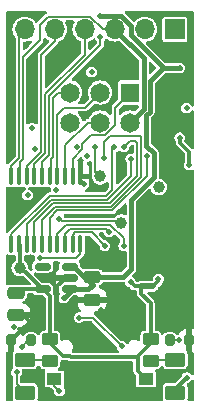
<source format=gtl>
G04 #@! TF.GenerationSoftware,KiCad,Pcbnew,8.0.1*
G04 #@! TF.CreationDate,2024-04-30T14:23:49+02:00*
G04 #@! TF.ProjectId,AVRinator,41565269-6e61-4746-9f72-2e6b69636164,1.0*
G04 #@! TF.SameCoordinates,Original*
G04 #@! TF.FileFunction,Copper,L1,Top*
G04 #@! TF.FilePolarity,Positive*
%FSLAX46Y46*%
G04 Gerber Fmt 4.6, Leading zero omitted, Abs format (unit mm)*
G04 Created by KiCad (PCBNEW 8.0.1) date 2024-04-30 14:23:49*
%MOMM*%
%LPD*%
G01*
G04 APERTURE LIST*
G04 Aperture macros list*
%AMRoundRect*
0 Rectangle with rounded corners*
0 $1 Rounding radius*
0 $2 $3 $4 $5 $6 $7 $8 $9 X,Y pos of 4 corners*
0 Add a 4 corners polygon primitive as box body*
4,1,4,$2,$3,$4,$5,$6,$7,$8,$9,$2,$3,0*
0 Add four circle primitives for the rounded corners*
1,1,$1+$1,$2,$3*
1,1,$1+$1,$4,$5*
1,1,$1+$1,$6,$7*
1,1,$1+$1,$8,$9*
0 Add four rect primitives between the rounded corners*
20,1,$1+$1,$2,$3,$4,$5,0*
20,1,$1+$1,$4,$5,$6,$7,0*
20,1,$1+$1,$6,$7,$8,$9,0*
20,1,$1+$1,$8,$9,$2,$3,0*%
G04 Aperture macros list end*
G04 #@! TA.AperFunction,EtchedComponent*
%ADD10C,0.000000*%
G04 #@! TD*
G04 #@! TA.AperFunction,SMDPad,CuDef*
%ADD11RoundRect,0.250000X-0.450000X0.262500X-0.450000X-0.262500X0.450000X-0.262500X0.450000X0.262500X0*%
G04 #@! TD*
G04 #@! TA.AperFunction,SMDPad,CuDef*
%ADD12RoundRect,0.250000X0.625000X-0.375000X0.625000X0.375000X-0.625000X0.375000X-0.625000X-0.375000X0*%
G04 #@! TD*
G04 #@! TA.AperFunction,ComponentPad*
%ADD13R,1.700000X1.700000*%
G04 #@! TD*
G04 #@! TA.AperFunction,ComponentPad*
%ADD14O,1.700000X1.700000*%
G04 #@! TD*
G04 #@! TA.AperFunction,SMDPad,CuDef*
%ADD15C,1.000000*%
G04 #@! TD*
G04 #@! TA.AperFunction,SMDPad,CuDef*
%ADD16RoundRect,0.150000X0.512500X0.150000X-0.512500X0.150000X-0.512500X-0.150000X0.512500X-0.150000X0*%
G04 #@! TD*
G04 #@! TA.AperFunction,SMDPad,CuDef*
%ADD17RoundRect,0.100000X0.100000X-0.637500X0.100000X0.637500X-0.100000X0.637500X-0.100000X-0.637500X0*%
G04 #@! TD*
G04 #@! TA.AperFunction,SMDPad,CuDef*
%ADD18C,0.500000*%
G04 #@! TD*
G04 #@! TA.AperFunction,ComponentPad*
%ADD19R,1.650000X1.650000*%
G04 #@! TD*
G04 #@! TA.AperFunction,ComponentPad*
%ADD20C,1.650000*%
G04 #@! TD*
G04 #@! TA.AperFunction,SMDPad,CuDef*
%ADD21RoundRect,0.250000X-0.475000X0.250000X-0.475000X-0.250000X0.475000X-0.250000X0.475000X0.250000X0*%
G04 #@! TD*
G04 #@! TA.AperFunction,SMDPad,CuDef*
%ADD22R,1.250000X1.000000*%
G04 #@! TD*
G04 #@! TA.AperFunction,SMDPad,CuDef*
%ADD23RoundRect,0.200000X-0.200000X-0.275000X0.200000X-0.275000X0.200000X0.275000X-0.200000X0.275000X0*%
G04 #@! TD*
G04 #@! TA.AperFunction,SMDPad,CuDef*
%ADD24RoundRect,0.200000X0.200000X0.275000X-0.200000X0.275000X-0.200000X-0.275000X0.200000X-0.275000X0*%
G04 #@! TD*
G04 #@! TA.AperFunction,ViaPad*
%ADD25C,0.500000*%
G04 #@! TD*
G04 #@! TA.AperFunction,Conductor*
%ADD26C,0.400000*%
G04 #@! TD*
G04 #@! TA.AperFunction,Conductor*
%ADD27C,0.300000*%
G04 #@! TD*
G04 #@! TA.AperFunction,Conductor*
%ADD28C,0.200000*%
G04 #@! TD*
G04 APERTURE END LIST*
D10*
G04 #@! TA.AperFunction,EtchedComponent*
G36*
X66717800Y-72792400D02*
G01*
X65717800Y-72792400D01*
X65717800Y-72292400D01*
X66717800Y-72292400D01*
X66717800Y-72792400D01*
G37*
G04 #@! TD.AperFunction*
D11*
X57962800Y-77014700D03*
X57962800Y-78839700D03*
D12*
X55880000Y-81537000D03*
X55880000Y-78737000D03*
D13*
X68554600Y-50774600D03*
D14*
X66014600Y-50774600D03*
X63474600Y-50774600D03*
X60934600Y-50774600D03*
X58394600Y-50774600D03*
X55854600Y-50774600D03*
D15*
X63982600Y-67157600D03*
D16*
X59633700Y-72769900D03*
X59633700Y-71819900D03*
X59633700Y-70869900D03*
X57358700Y-70869900D03*
X57358700Y-72769900D03*
D11*
X66497200Y-77014700D03*
X66497200Y-78839700D03*
D17*
X54707600Y-68953300D03*
X55357600Y-68953300D03*
X56007600Y-68953300D03*
X56657600Y-68953300D03*
X57307600Y-68953300D03*
X57957600Y-68953300D03*
X58607600Y-68953300D03*
X59257600Y-68953300D03*
X59907600Y-68953300D03*
X60557600Y-68953300D03*
X60557600Y-63228300D03*
X59907600Y-63228300D03*
X59257600Y-63228300D03*
X58607600Y-63228300D03*
X57957600Y-63228300D03*
X57307600Y-63228300D03*
X56657600Y-63228300D03*
X56007600Y-63228300D03*
X55357600Y-63228300D03*
X54707600Y-63228300D03*
D18*
X65717800Y-72542400D03*
X66717800Y-72542400D03*
D15*
X55422800Y-70967600D03*
D19*
X64770000Y-56134000D03*
D20*
X64770000Y-58674000D03*
X62230000Y-56134000D03*
X62230000Y-58674000D03*
X59690000Y-56134000D03*
X59690000Y-58674000D03*
D21*
X61544200Y-71770200D03*
X61544200Y-73670200D03*
D22*
X66105000Y-80391000D03*
X58355000Y-80391000D03*
D23*
X54699400Y-77114400D03*
X56349400Y-77114400D03*
D15*
X62230000Y-63220600D03*
D12*
X68580000Y-81537000D03*
X68580000Y-78737000D03*
D21*
X55092600Y-73091000D03*
X55092600Y-74991000D03*
D15*
X67183000Y-64135000D03*
D24*
X69760600Y-77114400D03*
X68110600Y-77114400D03*
D25*
X59131200Y-73507600D03*
X62219089Y-49646089D03*
X61591590Y-72411990D03*
X68961000Y-54051200D03*
X60871100Y-63919100D03*
X64947800Y-75361800D03*
X54533800Y-55956200D03*
X61493400Y-52044600D03*
X66217800Y-69951600D03*
X63677800Y-79121000D03*
X63830200Y-66268600D03*
X56464200Y-55930800D03*
X57912000Y-55245000D03*
X55245000Y-72059800D03*
X67005200Y-60325000D03*
X54686200Y-49758600D03*
X69824600Y-68249800D03*
X64008000Y-70383400D03*
X63779400Y-63423800D03*
X67640200Y-56057800D03*
X54674000Y-65557400D03*
X68148200Y-60071000D03*
X55905400Y-52171600D03*
X69773800Y-73355200D03*
X57327800Y-73837800D03*
X60934600Y-55626000D03*
X60452000Y-81153000D03*
X69773800Y-74168000D03*
X56515000Y-53162200D03*
X54965600Y-75996800D03*
X59740800Y-53289200D03*
X54635400Y-59613800D03*
X69824600Y-67335400D03*
X61087000Y-58140600D03*
X64185800Y-81178400D03*
X69697600Y-53492400D03*
X67411600Y-74980800D03*
X62331600Y-81178400D03*
X54610000Y-53238400D03*
X61696600Y-53568600D03*
X69875400Y-81584800D03*
X54635400Y-61112400D03*
X57353200Y-74879200D03*
X68757800Y-61366400D03*
X56108600Y-70180200D03*
X62280800Y-74523600D03*
X68326000Y-75387200D03*
X69672200Y-52222400D03*
X67589400Y-61315600D03*
X56413400Y-75692000D03*
X54508400Y-81559400D03*
X69773800Y-76200000D03*
X64160400Y-57531000D03*
X62941200Y-77876400D03*
X54686200Y-67056000D03*
X60731400Y-79121000D03*
X66573400Y-54025800D03*
X56896000Y-49682400D03*
X59029600Y-75641200D03*
X66217800Y-69088000D03*
X64795400Y-72186800D03*
X55422800Y-70967600D03*
X56464200Y-59131200D03*
X67157600Y-71907400D03*
X69760600Y-62280800D03*
X68970600Y-59947762D03*
X56718200Y-60883800D03*
X58775600Y-81407000D03*
X55143400Y-79832200D03*
X69570600Y-80264000D03*
X68884800Y-77114400D03*
X61150400Y-61531600D03*
X55575200Y-77647800D03*
X60230000Y-60747400D03*
X64058800Y-77622400D03*
X60452000Y-75184000D03*
X62230000Y-51435000D03*
X69545200Y-57454800D03*
X58521600Y-64414400D03*
X57150000Y-70129400D03*
X56083200Y-64820800D03*
X61493400Y-54406800D03*
X61830000Y-60747400D03*
X58782000Y-66833800D03*
X62560200Y-61671200D03*
X63430000Y-60747400D03*
X64230000Y-60747400D03*
X64820800Y-61747400D03*
X66192400Y-61518800D03*
X67183000Y-64135000D03*
X64230000Y-69097400D03*
X62992000Y-67945000D03*
X62630000Y-69097400D03*
D26*
X63962530Y-49623000D02*
X64812645Y-50473115D01*
X68961000Y-54051200D02*
X67564000Y-54051200D01*
X60049500Y-70869900D02*
X59633700Y-70869900D01*
X66141600Y-58047691D02*
X66141600Y-60619471D01*
X66792400Y-61270271D02*
X66792400Y-63272270D01*
X64812645Y-50473115D02*
X64812645Y-51262175D01*
X67601670Y-54051200D02*
X68961000Y-54051200D01*
X59633700Y-73005100D02*
X59131200Y-73507600D01*
X66449000Y-55166200D02*
X66449000Y-57740291D01*
X61544200Y-72364600D02*
X61591590Y-72411990D01*
X64170600Y-71770200D02*
X61544200Y-71770200D01*
X67564000Y-54051200D02*
X66449000Y-55166200D01*
X66449000Y-57740291D02*
X66141600Y-58047691D01*
X61544200Y-71770200D02*
X61544200Y-72364600D01*
X64812645Y-51262175D02*
X67601670Y-54051200D01*
X61591590Y-72411990D02*
X61233680Y-72769900D01*
X66792400Y-63272270D02*
X64871600Y-65193070D01*
X64871600Y-71069200D02*
X64170600Y-71770200D01*
X61233680Y-72769900D02*
X59633700Y-72769900D01*
X59633700Y-72769900D02*
X59633700Y-73005100D01*
X62242178Y-49623000D02*
X63962530Y-49623000D01*
X62219089Y-49646089D02*
X62242178Y-49623000D01*
X66141600Y-60619471D02*
X66792400Y-61270271D01*
X64871600Y-65193070D02*
X64871600Y-71069200D01*
X61591590Y-72411990D02*
X60049500Y-70869900D01*
D27*
X55712400Y-74991000D02*
X56413400Y-75692000D01*
X59633700Y-71819900D02*
X59313174Y-71819900D01*
X59313174Y-71819900D02*
X58581200Y-72551874D01*
X56413400Y-75692000D02*
X56121800Y-75692000D01*
X61000600Y-73670200D02*
X61544200Y-73670200D01*
X58581200Y-75192800D02*
X59029600Y-75641200D01*
X60871100Y-63919100D02*
X60557600Y-63605600D01*
X56121800Y-75692000D02*
X54699400Y-77114400D01*
X69773800Y-77101200D02*
X69760600Y-77114400D01*
X60557600Y-63605600D02*
X60557600Y-63228300D01*
X55092600Y-74991000D02*
X55712400Y-74991000D01*
X69773800Y-76200000D02*
X69773800Y-77101200D01*
X58581200Y-72551874D02*
X58581200Y-75192800D01*
X57962800Y-77309105D02*
X59097695Y-78444000D01*
X55422800Y-70967600D02*
X55556400Y-70967600D01*
X65151000Y-72542400D02*
X64795400Y-72186800D01*
X57962800Y-73374000D02*
X57962800Y-77014700D01*
X55357600Y-68953300D02*
X55422800Y-69018500D01*
X65396505Y-79682505D02*
X66105000Y-80391000D01*
X65269505Y-78536800D02*
X65396505Y-78409800D01*
X66497200Y-77014700D02*
X66497200Y-73963538D01*
X65717800Y-73184138D02*
X65717800Y-72542400D01*
X59756618Y-78536800D02*
X65269505Y-78536800D01*
X55413700Y-72769900D02*
X55092600Y-73091000D01*
X57358700Y-72769900D02*
X55413700Y-72769900D01*
X65396505Y-78409800D02*
X65396505Y-79682505D01*
X65396505Y-78409800D02*
X66497200Y-77309105D01*
X55556400Y-70967600D02*
X57358700Y-72769900D01*
X66497200Y-73963538D02*
X65717800Y-73184138D01*
X59663818Y-78444000D02*
X59756618Y-78536800D01*
X57962800Y-77014700D02*
X57962800Y-77309105D01*
X55422800Y-69018500D02*
X55422800Y-70967600D01*
X66497200Y-77309105D02*
X66497200Y-77014700D01*
X57358700Y-72769900D02*
X57962800Y-73374000D01*
X59097695Y-78444000D02*
X59663818Y-78444000D01*
X65717800Y-72542400D02*
X65151000Y-72542400D01*
X67157600Y-71907400D02*
X67157600Y-72102600D01*
X67157600Y-72102600D02*
X66717800Y-72542400D01*
D26*
X63474600Y-50774600D02*
X63474600Y-50799600D01*
D28*
X55672000Y-61795464D02*
X55672000Y-53116200D01*
X55448200Y-62019264D02*
X55672000Y-61795464D01*
X62432709Y-50774600D02*
X63474600Y-50774600D01*
D27*
X68970600Y-59947762D02*
X68970600Y-60400200D01*
D26*
X65922000Y-53247000D02*
X65922000Y-57522000D01*
X63474600Y-50799600D02*
X65922000Y-53247000D01*
D28*
X55448200Y-63137700D02*
X55448200Y-62019264D01*
X57124600Y-50393600D02*
X57795200Y-49723000D01*
X61381109Y-49723000D02*
X62432709Y-50774600D01*
X55357600Y-63228300D02*
X55448200Y-63137700D01*
D26*
X65922000Y-57522000D02*
X64770000Y-58674000D01*
D28*
X55672000Y-53116200D02*
X57124600Y-51663600D01*
X57795200Y-49723000D02*
X61381109Y-49723000D01*
D27*
X68970600Y-60400200D02*
X69760600Y-61190200D01*
D28*
X57124600Y-51663600D02*
X57124600Y-50393600D01*
D27*
X69760600Y-61190200D02*
X69760600Y-62280800D01*
D28*
X58355000Y-80986400D02*
X58355000Y-80391000D01*
X58775600Y-81407000D02*
X58355000Y-80986400D01*
X55143400Y-79832200D02*
X55143400Y-80800400D01*
X55143400Y-80800400D02*
X55880000Y-81537000D01*
X57860100Y-78737000D02*
X57962800Y-78839700D01*
X55880000Y-78737000D02*
X57860100Y-78737000D01*
D27*
X68580000Y-81254600D02*
X69570600Y-80264000D01*
X68580000Y-81537000D02*
X68580000Y-81254600D01*
D28*
X68580000Y-78737000D02*
X66599900Y-78737000D01*
X66599900Y-78737000D02*
X66497200Y-78839700D01*
X68884800Y-77114400D02*
X68110600Y-77114400D01*
X55575200Y-77647800D02*
X56108600Y-77114400D01*
X56108600Y-77114400D02*
X56349400Y-77114400D01*
X60452000Y-75184000D02*
X61620400Y-75184000D01*
X61620400Y-75184000D02*
X64058800Y-77622400D01*
X57307600Y-63228300D02*
X57307600Y-62011104D01*
X57902400Y-61416304D02*
X57902400Y-56433847D01*
X62230000Y-52106247D02*
X62230000Y-51435000D01*
X57307600Y-62011104D02*
X57902400Y-61416304D01*
X57902400Y-56433847D02*
X62230000Y-52106247D01*
X56657600Y-63228300D02*
X56657600Y-62198656D01*
X60934600Y-52939199D02*
X60934600Y-50774600D01*
X57575400Y-61280856D02*
X57575400Y-56298399D01*
X56657600Y-62198656D02*
X57575400Y-61280856D01*
X57575400Y-56298399D02*
X60934600Y-52939199D01*
X56007600Y-63228300D02*
X56007600Y-62386208D01*
X58394600Y-51790600D02*
X58394600Y-50774600D01*
X56007600Y-62386208D02*
X57248400Y-61145408D01*
X57248400Y-52936800D02*
X58394600Y-51790600D01*
X57248400Y-61145408D02*
X57248400Y-52936800D01*
X54707600Y-63228300D02*
X54707600Y-62335600D01*
X55372000Y-51257200D02*
X55854600Y-50774600D01*
X55372000Y-61671200D02*
X55372000Y-51257200D01*
X54707600Y-62335600D02*
X55372000Y-61671200D01*
X60557600Y-69766999D02*
X60557600Y-68953300D01*
X57150000Y-70129400D02*
X60195199Y-70129400D01*
X60195199Y-70129400D02*
X60557600Y-69766999D01*
X61830000Y-60747400D02*
X61830000Y-62820600D01*
X61830000Y-62820600D02*
X62230000Y-63220600D01*
X58983000Y-67034800D02*
X63859800Y-67034800D01*
X63859800Y-67034800D02*
X63982600Y-67157600D01*
X58782000Y-66833800D02*
X58983000Y-67034800D01*
X65692400Y-59825000D02*
X65659000Y-59791600D01*
X59118899Y-65797000D02*
X63163168Y-65797000D01*
X63163168Y-65797000D02*
X65692400Y-63267768D01*
X57307600Y-68953300D02*
X57307600Y-66922645D01*
X59101499Y-65814400D02*
X59118899Y-65797000D01*
X57307600Y-66922645D02*
X58415845Y-65814400D01*
X65659000Y-59791600D02*
X63062601Y-59791600D01*
X62560200Y-60294001D02*
X62560200Y-61671200D01*
X65692400Y-63267768D02*
X65692400Y-59825000D01*
X58415845Y-65814400D02*
X59101499Y-65814400D01*
X63062601Y-59791600D02*
X62560200Y-60294001D01*
X62714008Y-64897000D02*
X58746107Y-64897000D01*
X58314493Y-64914400D02*
X58297093Y-64897000D01*
X58728707Y-64914400D02*
X58314493Y-64914400D01*
X58297093Y-64897000D02*
X57955800Y-64897000D01*
X54707600Y-68145200D02*
X54707600Y-68953300D01*
X57955800Y-64897000D02*
X54707600Y-68145200D01*
X63246000Y-60931400D02*
X63246000Y-64365008D01*
X63430000Y-60747400D02*
X63246000Y-60931400D01*
X58746107Y-64897000D02*
X58728707Y-64914400D01*
X63246000Y-64365008D02*
X62714008Y-64897000D01*
X56657600Y-67110197D02*
X56657600Y-68953300D01*
X63038904Y-65497000D02*
X58994635Y-65497000D01*
X65365400Y-63170504D02*
X63038904Y-65497000D01*
X65365400Y-60443048D02*
X65365400Y-63170504D01*
X58253397Y-65514400D02*
X56657600Y-67110197D01*
X64754000Y-60223400D02*
X65145752Y-60223400D01*
X65145752Y-60223400D02*
X65365400Y-60443048D01*
X58977235Y-65514400D02*
X58253397Y-65514400D01*
X58994635Y-65497000D02*
X58977235Y-65514400D01*
X64230000Y-60747400D02*
X64754000Y-60223400D01*
X58852971Y-65214400D02*
X58062664Y-65214400D01*
X58870371Y-65197000D02*
X58852971Y-65214400D01*
X64820800Y-61747400D02*
X64820800Y-63214472D01*
X58062664Y-65214400D02*
X56007600Y-67269464D01*
X62838272Y-65197000D02*
X58870371Y-65197000D01*
X56007600Y-67269464D02*
X56007600Y-68953300D01*
X64820800Y-63214472D02*
X62838272Y-65197000D01*
X57957600Y-68953300D02*
X57957600Y-66735093D01*
X57957600Y-66735093D02*
X58578293Y-66114400D01*
X58578293Y-66114400D02*
X63270032Y-66114400D01*
X66192400Y-63192032D02*
X66192400Y-61518800D01*
X63270032Y-66114400D02*
X66192400Y-63192032D01*
X59360400Y-67334800D02*
X58607600Y-68087600D01*
X58607600Y-68087600D02*
X58607600Y-68953300D01*
X64230000Y-68475893D02*
X63088907Y-67334800D01*
X63088907Y-67334800D02*
X59360400Y-67334800D01*
X64230000Y-69097400D02*
X64230000Y-68475893D01*
X62992000Y-67945000D02*
X62708800Y-67661800D01*
X59668400Y-67661800D02*
X59257600Y-68072600D01*
X59257600Y-68072600D02*
X59257600Y-68953300D01*
X62708800Y-67661800D02*
X59668400Y-67661800D01*
X62630000Y-69097400D02*
X61494400Y-67961800D01*
X60130400Y-67961800D02*
X59907600Y-68184600D01*
X61494400Y-67961800D02*
X60130400Y-67961800D01*
X59907600Y-68184600D02*
X59907600Y-68953300D01*
X63500000Y-57404000D02*
X64770000Y-56134000D01*
X60730000Y-60453400D02*
X61457400Y-59726000D01*
X59907600Y-63228300D02*
X59907600Y-61776907D01*
X62665753Y-59726000D02*
X63500000Y-58891753D01*
X59907600Y-61776907D02*
X60730000Y-60954507D01*
X60730000Y-60954507D02*
X60730000Y-60453400D01*
X61457400Y-59726000D02*
X62665753Y-59726000D01*
X63500000Y-58891753D02*
X63500000Y-57404000D01*
X59257600Y-60594153D02*
X61177753Y-58674000D01*
X61177753Y-58674000D02*
X62230000Y-58674000D01*
X59257600Y-63228300D02*
X59257600Y-60594153D01*
X59182000Y-57404000D02*
X60960000Y-57404000D01*
X58572400Y-63193100D02*
X58572400Y-58013600D01*
X58607600Y-63228300D02*
X58572400Y-63193100D01*
X60960000Y-57404000D02*
X62230000Y-56134000D01*
X58572400Y-58013600D02*
X59182000Y-57404000D01*
X58039000Y-61742152D02*
X58229400Y-61551752D01*
X57957600Y-63228300D02*
X58039000Y-63146900D01*
X58664695Y-56134000D02*
X59690000Y-56134000D01*
X58229400Y-61551752D02*
X58229400Y-56569295D01*
X58229400Y-56569295D02*
X58664695Y-56134000D01*
X58039000Y-63146900D02*
X58039000Y-61742152D01*
G04 #@! TA.AperFunction,Conductor*
G36*
X54892439Y-76884085D02*
G01*
X54938194Y-76936889D01*
X54949400Y-76988400D01*
X54949400Y-77976621D01*
X54929715Y-78043660D01*
X54925171Y-78050254D01*
X54852207Y-78149118D01*
X54852206Y-78149119D01*
X54807353Y-78277298D01*
X54807353Y-78277300D01*
X54804500Y-78307730D01*
X54804500Y-79166269D01*
X54807353Y-79196699D01*
X54807353Y-79196701D01*
X54852206Y-79324880D01*
X54852209Y-79324885D01*
X54855234Y-79328984D01*
X54879204Y-79394613D01*
X54863886Y-79462783D01*
X54849176Y-79483816D01*
X54760520Y-79586132D01*
X54760517Y-79586138D01*
X54706702Y-79703974D01*
X54688267Y-79832200D01*
X54706702Y-79960425D01*
X54747069Y-80048815D01*
X54760518Y-80078263D01*
X54812614Y-80138386D01*
X54841638Y-80201938D01*
X54842900Y-80219586D01*
X54842900Y-80839964D01*
X54853600Y-80879894D01*
X54851938Y-80949744D01*
X54850868Y-80952943D01*
X54807353Y-81077301D01*
X54804500Y-81107730D01*
X54804500Y-81966269D01*
X54807353Y-81996699D01*
X54807354Y-81996701D01*
X54838092Y-82084545D01*
X54841654Y-82154324D01*
X54806926Y-82214951D01*
X54744932Y-82247179D01*
X54721051Y-82249500D01*
X54374100Y-82249500D01*
X54307061Y-82229815D01*
X54261306Y-82177011D01*
X54250100Y-82125500D01*
X54250100Y-78207665D01*
X54269785Y-78140626D01*
X54322589Y-78094871D01*
X54385324Y-78084174D01*
X54442813Y-78089398D01*
X54442826Y-78089399D01*
X54449399Y-78089398D01*
X54449400Y-78089398D01*
X54449400Y-76988400D01*
X54469085Y-76921361D01*
X54521889Y-76875606D01*
X54573400Y-76864400D01*
X54825400Y-76864400D01*
X54892439Y-76884085D01*
G37*
G04 #@! TD.AperFunction*
G04 #@! TA.AperFunction,Conductor*
G36*
X70127539Y-49240585D02*
G01*
X70173294Y-49293389D01*
X70184500Y-49344900D01*
X70184500Y-57200194D01*
X70164815Y-57267233D01*
X70112011Y-57312988D01*
X70042853Y-57322932D01*
X69979297Y-57293907D01*
X69947706Y-57251707D01*
X69928082Y-57208738D01*
X69928082Y-57208737D01*
X69843249Y-57110833D01*
X69734269Y-57040796D01*
X69734265Y-57040794D01*
X69734264Y-57040794D01*
X69609974Y-57004300D01*
X69609972Y-57004300D01*
X69480428Y-57004300D01*
X69480426Y-57004300D01*
X69356135Y-57040794D01*
X69356132Y-57040795D01*
X69356131Y-57040796D01*
X69317761Y-57065455D01*
X69247150Y-57110833D01*
X69162318Y-57208737D01*
X69162317Y-57208738D01*
X69108502Y-57326574D01*
X69090067Y-57454800D01*
X69108502Y-57583025D01*
X69154626Y-57684020D01*
X69162318Y-57700863D01*
X69235824Y-57785695D01*
X69245414Y-57796763D01*
X69247151Y-57798767D01*
X69356131Y-57868804D01*
X69444940Y-57894880D01*
X69480425Y-57905299D01*
X69480427Y-57905300D01*
X69480428Y-57905300D01*
X69609973Y-57905300D01*
X69609973Y-57905299D01*
X69734269Y-57868804D01*
X69843249Y-57798767D01*
X69928082Y-57700863D01*
X69947706Y-57657893D01*
X69993461Y-57605089D01*
X70060500Y-57585405D01*
X70127540Y-57605090D01*
X70173295Y-57657894D01*
X70184500Y-57709405D01*
X70184500Y-60819056D01*
X70164815Y-60886095D01*
X70112011Y-60931850D01*
X70042853Y-60941794D01*
X69979297Y-60912769D01*
X69972819Y-60906737D01*
X69385023Y-60318941D01*
X69351538Y-60257618D01*
X69356522Y-60187926D01*
X69359897Y-60179777D01*
X69407297Y-60075988D01*
X69425733Y-59947762D01*
X69407297Y-59819536D01*
X69353482Y-59701699D01*
X69268649Y-59603795D01*
X69159669Y-59533758D01*
X69159665Y-59533756D01*
X69159664Y-59533756D01*
X69035374Y-59497262D01*
X69035372Y-59497262D01*
X68905828Y-59497262D01*
X68905826Y-59497262D01*
X68781535Y-59533756D01*
X68781532Y-59533757D01*
X68781531Y-59533758D01*
X68763718Y-59545206D01*
X68672550Y-59603795D01*
X68587718Y-59701699D01*
X68587717Y-59701700D01*
X68533902Y-59819536D01*
X68515467Y-59947762D01*
X68533902Y-60075987D01*
X68582535Y-60182477D01*
X68587718Y-60193825D01*
X68589812Y-60196242D01*
X68591140Y-60199150D01*
X68592513Y-60201286D01*
X68592206Y-60201483D01*
X68618837Y-60259794D01*
X68620100Y-60277445D01*
X68620100Y-60446344D01*
X68635394Y-60503422D01*
X68643985Y-60535486D01*
X68690127Y-60615408D01*
X68690131Y-60615413D01*
X69373781Y-61299063D01*
X69407266Y-61360386D01*
X69410100Y-61386744D01*
X69410100Y-61951117D01*
X69390415Y-62018156D01*
X69379815Y-62032317D01*
X69377719Y-62034735D01*
X69377716Y-62034739D01*
X69323902Y-62152574D01*
X69305467Y-62280800D01*
X69323902Y-62409025D01*
X69341524Y-62447611D01*
X69377718Y-62526863D01*
X69462551Y-62624767D01*
X69571531Y-62694804D01*
X69655521Y-62719465D01*
X69695825Y-62731299D01*
X69695827Y-62731300D01*
X69695828Y-62731300D01*
X69825373Y-62731300D01*
X69825373Y-62731299D01*
X69949669Y-62694804D01*
X69993462Y-62666659D01*
X70060501Y-62646976D01*
X70127540Y-62666661D01*
X70173295Y-62719465D01*
X70184500Y-62770976D01*
X70184500Y-76018826D01*
X70164815Y-76085865D01*
X70112011Y-76131620D01*
X70049280Y-76142317D01*
X70017174Y-76139400D01*
X70010600Y-76139400D01*
X70010600Y-78089399D01*
X70017179Y-78089399D01*
X70049277Y-78086482D01*
X70117823Y-78100018D01*
X70168169Y-78148465D01*
X70184500Y-78209973D01*
X70184500Y-79955102D01*
X70164815Y-80022141D01*
X70112011Y-80067896D01*
X70042853Y-80077840D01*
X69979297Y-80048815D01*
X69956186Y-80022144D01*
X69953483Y-80017938D01*
X69868649Y-79920033D01*
X69759669Y-79849996D01*
X69759665Y-79849994D01*
X69759664Y-79849994D01*
X69635374Y-79813500D01*
X69635372Y-79813500D01*
X69505828Y-79813500D01*
X69505826Y-79813500D01*
X69381535Y-79849994D01*
X69381532Y-79849995D01*
X69381531Y-79849996D01*
X69348464Y-79871247D01*
X69272550Y-79920033D01*
X69187718Y-80017937D01*
X69187717Y-80017938D01*
X69133903Y-80135772D01*
X69133902Y-80135777D01*
X69128149Y-80175791D01*
X69099123Y-80239346D01*
X69093092Y-80245824D01*
X68663737Y-80675181D01*
X68602414Y-80708666D01*
X68576056Y-80711500D01*
X67900730Y-80711500D01*
X67870300Y-80714353D01*
X67870298Y-80714353D01*
X67742119Y-80759206D01*
X67742117Y-80759207D01*
X67632850Y-80839850D01*
X67552207Y-80949117D01*
X67552206Y-80949119D01*
X67507353Y-81077298D01*
X67507353Y-81077300D01*
X67504500Y-81107730D01*
X67504500Y-81966269D01*
X67507353Y-81996699D01*
X67507354Y-81996701D01*
X67538092Y-82084545D01*
X67541654Y-82154324D01*
X67506926Y-82214951D01*
X67444932Y-82247179D01*
X67421051Y-82249500D01*
X57038949Y-82249500D01*
X56971910Y-82229815D01*
X56926155Y-82177011D01*
X56916211Y-82107853D01*
X56921908Y-82084545D01*
X56952645Y-81996701D01*
X56952646Y-81996699D01*
X56955500Y-81966269D01*
X56955500Y-81107730D01*
X56952646Y-81077300D01*
X56952646Y-81077298D01*
X56907793Y-80949119D01*
X56907792Y-80949117D01*
X56883638Y-80916389D01*
X56827150Y-80839850D01*
X56717882Y-80759207D01*
X56717880Y-80759206D01*
X56589700Y-80714353D01*
X56559270Y-80711500D01*
X56559266Y-80711500D01*
X55567900Y-80711500D01*
X55500861Y-80691815D01*
X55455106Y-80639011D01*
X55443900Y-80587500D01*
X55443900Y-80219586D01*
X55463585Y-80152547D01*
X55474178Y-80138394D01*
X55526282Y-80078263D01*
X55580097Y-79960426D01*
X55598533Y-79832200D01*
X55580122Y-79704147D01*
X55590066Y-79634988D01*
X55635821Y-79582184D01*
X55702860Y-79562500D01*
X56559270Y-79562500D01*
X56589699Y-79559646D01*
X56589701Y-79559646D01*
X56653790Y-79537219D01*
X56717882Y-79514793D01*
X56827150Y-79434150D01*
X56907793Y-79324882D01*
X56907792Y-79324882D01*
X56912746Y-79318171D01*
X56968393Y-79275920D01*
X57038049Y-79270461D01*
X57099599Y-79303528D01*
X57112286Y-79318170D01*
X57190650Y-79424350D01*
X57299918Y-79504993D01*
X57327922Y-79514792D01*
X57428099Y-79549846D01*
X57458530Y-79552700D01*
X57482918Y-79552700D01*
X57549957Y-79572385D01*
X57595712Y-79625189D01*
X57605656Y-79694347D01*
X57586020Y-79745591D01*
X57541132Y-79812769D01*
X57541131Y-79812770D01*
X57529500Y-79871247D01*
X57529500Y-80910752D01*
X57541131Y-80969229D01*
X57541132Y-80969230D01*
X57585447Y-81035552D01*
X57651769Y-81079867D01*
X57651770Y-81079868D01*
X57710247Y-81091499D01*
X57710250Y-81091500D01*
X57710252Y-81091500D01*
X57997101Y-81091500D01*
X58064140Y-81111185D01*
X58104485Y-81153495D01*
X58108782Y-81160937D01*
X58114540Y-81170911D01*
X58114541Y-81170912D01*
X58286218Y-81342589D01*
X58319703Y-81403912D01*
X58321275Y-81412623D01*
X58338902Y-81535225D01*
X58392717Y-81653061D01*
X58392718Y-81653063D01*
X58477551Y-81750967D01*
X58586531Y-81821004D01*
X58710825Y-81857499D01*
X58710827Y-81857500D01*
X58710828Y-81857500D01*
X58840373Y-81857500D01*
X58840373Y-81857499D01*
X58964669Y-81821004D01*
X59073649Y-81750967D01*
X59158482Y-81653063D01*
X59212297Y-81535226D01*
X59230733Y-81407000D01*
X59212297Y-81278774D01*
X59158482Y-81160937D01*
X59153948Y-81155705D01*
X59124922Y-81092150D01*
X59134865Y-81022992D01*
X59144552Y-81005619D01*
X59168867Y-80969231D01*
X59180500Y-80910748D01*
X59180500Y-79871252D01*
X59180500Y-79871249D01*
X59180499Y-79871247D01*
X59168868Y-79812770D01*
X59168867Y-79812769D01*
X59124552Y-79746447D01*
X59058230Y-79702132D01*
X59058229Y-79702131D01*
X58999752Y-79690500D01*
X58999748Y-79690500D01*
X58751160Y-79690500D01*
X58684121Y-79670815D01*
X58638366Y-79618011D01*
X58628422Y-79548853D01*
X58657447Y-79485297D01*
X58677527Y-79466730D01*
X58690279Y-79457318D01*
X58734950Y-79424350D01*
X58815593Y-79315082D01*
X58838019Y-79250990D01*
X58860446Y-79186901D01*
X58860446Y-79186899D01*
X58863300Y-79156469D01*
X58863300Y-78905657D01*
X58882985Y-78838618D01*
X58935789Y-78792863D01*
X59004947Y-78782919D01*
X59019378Y-78785879D01*
X59051551Y-78794500D01*
X59469639Y-78794500D01*
X59534220Y-78813463D01*
X59534368Y-78813207D01*
X59535424Y-78813816D01*
X59536678Y-78814185D01*
X59539506Y-78816173D01*
X59541405Y-78817269D01*
X59541406Y-78817270D01*
X59621330Y-78863414D01*
X59710474Y-78887300D01*
X64922005Y-78887300D01*
X64989044Y-78906985D01*
X65034799Y-78959789D01*
X65046005Y-79011300D01*
X65046005Y-79728648D01*
X65063151Y-79792639D01*
X65063151Y-79792640D01*
X65069889Y-79817789D01*
X65069890Y-79817791D01*
X65069891Y-79817793D01*
X65116035Y-79897717D01*
X65116036Y-79897718D01*
X65116037Y-79897719D01*
X65243181Y-80024863D01*
X65276666Y-80086186D01*
X65279500Y-80112544D01*
X65279500Y-80910752D01*
X65291131Y-80969229D01*
X65291132Y-80969230D01*
X65335447Y-81035552D01*
X65401769Y-81079867D01*
X65401770Y-81079868D01*
X65460247Y-81091499D01*
X65460250Y-81091500D01*
X65460252Y-81091500D01*
X66749750Y-81091500D01*
X66749751Y-81091499D01*
X66764568Y-81088552D01*
X66808229Y-81079868D01*
X66808229Y-81079867D01*
X66808231Y-81079867D01*
X66874552Y-81035552D01*
X66918867Y-80969231D01*
X66918867Y-80969229D01*
X66918868Y-80969229D01*
X66930499Y-80910752D01*
X66930500Y-80910750D01*
X66930500Y-79871249D01*
X66930499Y-79871247D01*
X66918868Y-79812770D01*
X66918867Y-79812769D01*
X66873980Y-79745591D01*
X66853102Y-79678914D01*
X66871586Y-79611534D01*
X66923565Y-79564843D01*
X66977082Y-79552700D01*
X67001470Y-79552700D01*
X67031899Y-79549846D01*
X67031901Y-79549846D01*
X67095990Y-79527419D01*
X67160082Y-79504993D01*
X67269350Y-79424350D01*
X67347714Y-79318168D01*
X67403360Y-79275920D01*
X67473016Y-79270461D01*
X67534566Y-79303528D01*
X67547253Y-79318170D01*
X67552207Y-79324882D01*
X67632850Y-79434150D01*
X67742118Y-79514793D01*
X67784845Y-79529744D01*
X67870299Y-79559646D01*
X67900730Y-79562500D01*
X67900734Y-79562500D01*
X69259270Y-79562500D01*
X69289699Y-79559646D01*
X69289701Y-79559646D01*
X69353790Y-79537219D01*
X69417882Y-79514793D01*
X69527150Y-79434150D01*
X69607793Y-79324882D01*
X69630219Y-79260790D01*
X69652646Y-79196701D01*
X69652646Y-79196699D01*
X69655500Y-79166269D01*
X69655500Y-78307730D01*
X69652646Y-78277300D01*
X69652646Y-78277298D01*
X69607793Y-78149119D01*
X69607793Y-78149118D01*
X69537749Y-78054211D01*
X69534829Y-78050254D01*
X69510859Y-77984625D01*
X69510600Y-77976621D01*
X69510600Y-76139400D01*
X69510599Y-76139399D01*
X69504036Y-76139400D01*
X69504017Y-76139401D01*
X69433497Y-76145808D01*
X69433492Y-76145809D01*
X69271203Y-76196381D01*
X69125722Y-76284327D01*
X69005527Y-76404522D01*
X68917582Y-76550001D01*
X68908090Y-76580461D01*
X68869351Y-76638608D01*
X68824640Y-76662545D01*
X68788819Y-76673063D01*
X68718949Y-76673063D01*
X68660171Y-76635289D01*
X68643401Y-76610382D01*
X68638650Y-76601058D01*
X68638646Y-76601054D01*
X68638645Y-76601052D01*
X68548947Y-76511354D01*
X68548944Y-76511352D01*
X68548942Y-76511350D01*
X68472117Y-76472205D01*
X68435901Y-76453752D01*
X68342124Y-76438900D01*
X67879082Y-76438900D01*
X67798119Y-76451723D01*
X67785296Y-76453754D01*
X67672258Y-76511350D01*
X67672257Y-76511351D01*
X67672252Y-76511354D01*
X67582552Y-76601054D01*
X67579332Y-76605487D01*
X67524002Y-76648152D01*
X67454388Y-76654131D01*
X67392593Y-76621525D01*
X67361974Y-76573558D01*
X67349993Y-76539318D01*
X67269350Y-76430050D01*
X67160082Y-76349407D01*
X67160080Y-76349406D01*
X67031900Y-76304553D01*
X67001470Y-76301700D01*
X67001466Y-76301700D01*
X66971700Y-76301700D01*
X66904661Y-76282015D01*
X66858906Y-76229211D01*
X66847700Y-76177700D01*
X66847700Y-73917396D01*
X66847700Y-73917394D01*
X66823814Y-73828250D01*
X66802596Y-73791500D01*
X66802596Y-73791498D01*
X66777674Y-73748332D01*
X66777668Y-73748324D01*
X66238925Y-73209581D01*
X66205440Y-73148258D01*
X66210424Y-73078566D01*
X66252296Y-73022633D01*
X66317760Y-72998216D01*
X66326606Y-72997900D01*
X66717803Y-72997900D01*
X66717803Y-72997899D01*
X66755256Y-72993680D01*
X66769140Y-72992900D01*
X66782573Y-72992900D01*
X66782573Y-72992899D01*
X66906869Y-72956404D01*
X67015849Y-72886367D01*
X67100682Y-72788463D01*
X67154497Y-72670626D01*
X67160249Y-72630610D01*
X67189271Y-72567055D01*
X67195277Y-72560603D01*
X67438070Y-72317812D01*
X67484214Y-72237888D01*
X67484387Y-72237241D01*
X67484819Y-72236427D01*
X67487326Y-72230376D01*
X67487903Y-72230615D01*
X67510451Y-72188120D01*
X67540482Y-72153463D01*
X67594297Y-72035626D01*
X67612733Y-71907400D01*
X67594297Y-71779174D01*
X67540482Y-71661337D01*
X67455649Y-71563433D01*
X67346669Y-71493396D01*
X67346665Y-71493394D01*
X67346664Y-71493394D01*
X67222374Y-71456900D01*
X67222372Y-71456900D01*
X67092828Y-71456900D01*
X67092826Y-71456900D01*
X66968535Y-71493394D01*
X66968532Y-71493395D01*
X66968531Y-71493396D01*
X66917277Y-71526334D01*
X66859550Y-71563433D01*
X66774718Y-71661337D01*
X66774717Y-71661338D01*
X66720902Y-71779174D01*
X66711750Y-71842833D01*
X66702467Y-71907400D01*
X66707909Y-71945254D01*
X66697967Y-72014410D01*
X66652213Y-72067215D01*
X66585173Y-72086900D01*
X65717795Y-72086900D01*
X65680344Y-72091120D01*
X65666460Y-72091900D01*
X65653026Y-72091900D01*
X65528733Y-72128394D01*
X65528728Y-72128396D01*
X65460546Y-72172215D01*
X65393507Y-72191900D01*
X65358713Y-72191900D01*
X65291674Y-72172215D01*
X65245919Y-72119411D01*
X65235975Y-72085546D01*
X65232097Y-72058574D01*
X65207855Y-72005492D01*
X65178282Y-71940737D01*
X65093449Y-71842833D01*
X64984469Y-71772796D01*
X64984466Y-71772795D01*
X64984463Y-71772793D01*
X64976397Y-71769109D01*
X64977813Y-71766007D01*
X64932878Y-71737108D01*
X64903873Y-71673543D01*
X64913839Y-71604388D01*
X64938930Y-71568261D01*
X65107306Y-71399884D01*
X65107311Y-71399881D01*
X65117511Y-71389680D01*
X65117513Y-71389680D01*
X65192080Y-71315113D01*
X65244807Y-71223787D01*
X65247520Y-71213663D01*
X65272101Y-71121927D01*
X65272101Y-71016473D01*
X65272101Y-71008878D01*
X65272100Y-71008860D01*
X65272100Y-65410324D01*
X65291785Y-65343285D01*
X65308414Y-65322647D01*
X66315318Y-64315743D01*
X66376639Y-64282260D01*
X66446331Y-64287244D01*
X66502264Y-64329116D01*
X66518939Y-64359455D01*
X66558182Y-64462930D01*
X66558182Y-64462931D01*
X66620475Y-64553177D01*
X66654817Y-64602929D01*
X66715326Y-64656535D01*
X66782150Y-64715736D01*
X66932773Y-64794789D01*
X66932775Y-64794790D01*
X67097944Y-64835500D01*
X67268056Y-64835500D01*
X67433225Y-64794790D01*
X67512692Y-64753081D01*
X67583849Y-64715736D01*
X67583850Y-64715734D01*
X67583852Y-64715734D01*
X67711183Y-64602929D01*
X67807818Y-64462930D01*
X67868140Y-64303872D01*
X67888645Y-64135000D01*
X67868140Y-63966128D01*
X67807818Y-63807070D01*
X67803859Y-63801335D01*
X67725993Y-63688527D01*
X67711183Y-63667071D01*
X67583852Y-63554266D01*
X67583849Y-63554263D01*
X67433226Y-63475210D01*
X67287225Y-63439224D01*
X67226844Y-63404068D01*
X67195056Y-63341848D01*
X67192900Y-63318827D01*
X67192900Y-61217544D01*
X67189150Y-61203551D01*
X67189149Y-61203546D01*
X67165608Y-61115684D01*
X67134275Y-61061415D01*
X67112880Y-61024358D01*
X66578419Y-60489897D01*
X66544934Y-60428574D01*
X66542100Y-60402216D01*
X66542100Y-58264946D01*
X66561785Y-58197907D01*
X66578419Y-58177265D01*
X66654180Y-58101504D01*
X66769480Y-57986204D01*
X66822207Y-57894879D01*
X66849500Y-57793018D01*
X66849500Y-57687564D01*
X66849500Y-55383455D01*
X66869185Y-55316416D01*
X66885819Y-55295774D01*
X67693574Y-54488019D01*
X67754897Y-54454534D01*
X67781255Y-54451700D01*
X68715386Y-54451700D01*
X68766894Y-54462904D01*
X68771928Y-54465202D01*
X68771931Y-54465204D01*
X68896225Y-54501699D01*
X68896227Y-54501700D01*
X68896228Y-54501700D01*
X69025773Y-54501700D01*
X69025773Y-54501699D01*
X69150069Y-54465204D01*
X69259049Y-54395167D01*
X69343882Y-54297263D01*
X69397697Y-54179426D01*
X69416133Y-54051200D01*
X69397697Y-53922974D01*
X69343882Y-53805137D01*
X69259049Y-53707233D01*
X69150069Y-53637196D01*
X69150065Y-53637194D01*
X69150064Y-53637194D01*
X69025774Y-53600700D01*
X69025772Y-53600700D01*
X68896228Y-53600700D01*
X68896226Y-53600700D01*
X68771932Y-53637195D01*
X68766894Y-53639496D01*
X68715386Y-53650700D01*
X67818925Y-53650700D01*
X67751886Y-53631015D01*
X67731244Y-53614381D01*
X66138489Y-52021626D01*
X66105004Y-51960303D01*
X66109988Y-51890611D01*
X66151860Y-51834678D01*
X66214017Y-51810542D01*
X66216520Y-51810295D01*
X66220534Y-51809900D01*
X66418554Y-51749832D01*
X66601050Y-51652285D01*
X66610716Y-51644352D01*
X67504100Y-51644352D01*
X67515731Y-51702829D01*
X67515732Y-51702830D01*
X67560047Y-51769152D01*
X67626369Y-51813467D01*
X67626370Y-51813468D01*
X67684847Y-51825099D01*
X67684850Y-51825100D01*
X67684852Y-51825100D01*
X69424350Y-51825100D01*
X69424351Y-51825099D01*
X69439168Y-51822152D01*
X69482829Y-51813468D01*
X69482829Y-51813467D01*
X69482831Y-51813467D01*
X69549152Y-51769152D01*
X69593467Y-51702831D01*
X69593467Y-51702829D01*
X69593468Y-51702829D01*
X69605099Y-51644352D01*
X69605100Y-51644350D01*
X69605100Y-49904849D01*
X69605099Y-49904847D01*
X69593468Y-49846370D01*
X69593467Y-49846369D01*
X69549152Y-49780047D01*
X69482830Y-49735732D01*
X69482829Y-49735731D01*
X69424352Y-49724100D01*
X69424348Y-49724100D01*
X67684852Y-49724100D01*
X67684847Y-49724100D01*
X67626370Y-49735731D01*
X67626369Y-49735732D01*
X67560047Y-49780047D01*
X67515732Y-49846369D01*
X67515731Y-49846370D01*
X67504100Y-49904847D01*
X67504100Y-51644352D01*
X66610716Y-51644352D01*
X66761010Y-51521010D01*
X66892285Y-51361050D01*
X66989832Y-51178554D01*
X67049900Y-50980534D01*
X67070183Y-50774600D01*
X67049900Y-50568666D01*
X66989832Y-50370646D01*
X66892285Y-50188150D01*
X66824803Y-50105922D01*
X66761010Y-50028189D01*
X66610721Y-49904852D01*
X66601050Y-49896915D01*
X66418554Y-49799368D01*
X66220534Y-49739300D01*
X66220532Y-49739299D01*
X66220534Y-49739299D01*
X66014600Y-49719017D01*
X65808667Y-49739299D01*
X65610643Y-49799369D01*
X65522714Y-49846369D01*
X65428150Y-49896915D01*
X65428148Y-49896916D01*
X65428147Y-49896917D01*
X65268189Y-50028189D01*
X65204397Y-50105922D01*
X65146651Y-50145257D01*
X65076806Y-50147128D01*
X65020862Y-50114939D01*
X64338504Y-49432581D01*
X64305019Y-49371258D01*
X64310003Y-49301566D01*
X64351875Y-49245633D01*
X64417339Y-49221216D01*
X64426185Y-49220900D01*
X70060500Y-49220900D01*
X70127539Y-49240585D01*
G37*
G04 #@! TD.AperFunction*
G04 #@! TA.AperFunction,Conductor*
G36*
X70141701Y-80479183D02*
G01*
X70179477Y-80537960D01*
X70184500Y-80572897D01*
X70184500Y-82125500D01*
X70164815Y-82192539D01*
X70112011Y-82238294D01*
X70060500Y-82249500D01*
X69738949Y-82249500D01*
X69671910Y-82229815D01*
X69626155Y-82177011D01*
X69616211Y-82107853D01*
X69621908Y-82084545D01*
X69652645Y-81996701D01*
X69652646Y-81996699D01*
X69655500Y-81966269D01*
X69655500Y-81107730D01*
X69652646Y-81077300D01*
X69652646Y-81077298D01*
X69607793Y-80949119D01*
X69607792Y-80949117D01*
X69590922Y-80926259D01*
X69575675Y-80905599D01*
X69551705Y-80839974D01*
X69567020Y-80771803D01*
X69616760Y-80722735D01*
X69640512Y-80712991D01*
X69676588Y-80702397D01*
X69759669Y-80678004D01*
X69868649Y-80607967D01*
X69953482Y-80510063D01*
X69953485Y-80510055D01*
X69956183Y-80505859D01*
X70008987Y-80460104D01*
X70078145Y-80450159D01*
X70141701Y-80479183D01*
G37*
G04 #@! TD.AperFunction*
G04 #@! TA.AperFunction,Conductor*
G36*
X58741226Y-70449585D02*
G01*
X58786981Y-70502389D01*
X58796925Y-70571547D01*
X58785587Y-70608361D01*
X58780626Y-70618507D01*
X58770700Y-70686639D01*
X58770700Y-71051867D01*
X58751015Y-71118906D01*
X58722704Y-71149844D01*
X58719645Y-71152216D01*
X58603518Y-71268342D01*
X58603514Y-71268347D01*
X58519918Y-71409701D01*
X58474099Y-71567413D01*
X58473904Y-71569898D01*
X58473905Y-71569900D01*
X59759700Y-71569900D01*
X59826739Y-71589585D01*
X59872494Y-71642389D01*
X59883700Y-71693900D01*
X59883700Y-71945900D01*
X59864015Y-72012939D01*
X59811211Y-72058694D01*
X59759700Y-72069900D01*
X58473905Y-72069900D01*
X58473904Y-72069901D01*
X58474099Y-72072386D01*
X58519918Y-72230098D01*
X58603514Y-72371452D01*
X58603521Y-72371461D01*
X58719639Y-72487579D01*
X58722697Y-72489951D01*
X58724480Y-72492420D01*
X58725160Y-72493100D01*
X58725050Y-72493209D01*
X58763606Y-72546592D01*
X58770700Y-72587933D01*
X58770700Y-72953160D01*
X58780626Y-73021292D01*
X58780626Y-73021293D01*
X58808038Y-73077365D01*
X58819796Y-73146238D01*
X58792453Y-73210535D01*
X58790352Y-73213024D01*
X58748320Y-73261533D01*
X58748317Y-73261538D01*
X58694502Y-73379374D01*
X58676067Y-73507600D01*
X58694502Y-73635825D01*
X58743810Y-73743792D01*
X58748318Y-73753663D01*
X58833151Y-73851567D01*
X58942131Y-73921604D01*
X59066425Y-73958099D01*
X59066427Y-73958100D01*
X59066428Y-73958100D01*
X59195973Y-73958100D01*
X59195973Y-73958099D01*
X59320269Y-73921604D01*
X59429249Y-73851567D01*
X59514082Y-73753663D01*
X59557367Y-73658881D01*
X59582480Y-73622712D01*
X59898474Y-73306719D01*
X59959797Y-73273234D01*
X59986155Y-73270400D01*
X60179462Y-73270400D01*
X60183931Y-73270076D01*
X60184046Y-73271671D01*
X60246470Y-73280511D01*
X60299372Y-73326153D01*
X60319200Y-73393150D01*
X60319200Y-73420200D01*
X62769199Y-73420200D01*
X62769199Y-73370228D01*
X62769198Y-73370213D01*
X62758705Y-73267502D01*
X62703558Y-73101080D01*
X62703556Y-73101075D01*
X62611515Y-72951854D01*
X62487545Y-72827884D01*
X62338324Y-72735843D01*
X62338319Y-72735841D01*
X62170117Y-72680105D01*
X62112672Y-72640333D01*
X62085849Y-72575817D01*
X62098164Y-72507041D01*
X62145707Y-72455841D01*
X62168166Y-72445358D01*
X62232082Y-72422993D01*
X62341350Y-72342350D01*
X62421993Y-72233082D01*
X62421993Y-72233081D01*
X62427511Y-72225605D01*
X62429485Y-72227062D01*
X62468780Y-72186685D01*
X62529680Y-72170700D01*
X64230505Y-72170700D01*
X64297544Y-72190385D01*
X64343299Y-72243189D01*
X64353243Y-72277052D01*
X64358702Y-72315025D01*
X64408010Y-72422992D01*
X64412518Y-72432863D01*
X64497351Y-72530767D01*
X64606331Y-72600804D01*
X64727998Y-72636527D01*
X64780742Y-72667823D01*
X64870531Y-72757612D01*
X64935788Y-72822869D01*
X64935791Y-72822870D01*
X64935794Y-72822873D01*
X65015706Y-72869011D01*
X65015707Y-72869011D01*
X65015712Y-72869014D01*
X65104856Y-72892900D01*
X65243300Y-72892900D01*
X65310339Y-72912585D01*
X65356094Y-72965389D01*
X65367300Y-73016900D01*
X65367300Y-73230284D01*
X65377743Y-73269255D01*
X65377744Y-73269259D01*
X65391184Y-73319423D01*
X65391185Y-73319424D01*
X65437327Y-73399346D01*
X65437331Y-73399351D01*
X66110381Y-74072401D01*
X66143866Y-74133724D01*
X66146700Y-74160082D01*
X66146700Y-76177700D01*
X66127015Y-76244739D01*
X66074211Y-76290494D01*
X66022700Y-76301700D01*
X65992930Y-76301700D01*
X65962500Y-76304553D01*
X65962498Y-76304553D01*
X65834319Y-76349406D01*
X65834317Y-76349407D01*
X65725050Y-76430050D01*
X65644407Y-76539317D01*
X65644406Y-76539319D01*
X65599553Y-76667498D01*
X65599553Y-76667500D01*
X65596700Y-76697930D01*
X65596700Y-77056917D01*
X65577015Y-77123956D01*
X65524211Y-77169711D01*
X65455053Y-77179655D01*
X65410700Y-77164304D01*
X65342138Y-77124720D01*
X65342135Y-77124719D01*
X65195766Y-77085500D01*
X65044234Y-77085500D01*
X64897863Y-77124719D01*
X64766635Y-77200485D01*
X64766632Y-77200487D01*
X64659487Y-77307632D01*
X64659485Y-77307635D01*
X64635655Y-77348910D01*
X64585087Y-77397125D01*
X64516480Y-77410347D01*
X64451616Y-77384379D01*
X64434554Y-77368111D01*
X64429171Y-77361899D01*
X64356849Y-77278433D01*
X64247869Y-77208396D01*
X64247865Y-77208394D01*
X64247864Y-77208394D01*
X64123574Y-77171900D01*
X64123572Y-77171900D01*
X64084633Y-77171900D01*
X64017594Y-77152215D01*
X63996952Y-77135581D01*
X61804911Y-74943540D01*
X61795206Y-74937937D01*
X61736389Y-74903979D01*
X61736388Y-74903978D01*
X61732244Y-74901586D01*
X61684029Y-74851018D01*
X61670807Y-74782411D01*
X61696775Y-74717547D01*
X61753689Y-74677019D01*
X61794245Y-74670199D01*
X62069171Y-74670199D01*
X62069187Y-74670198D01*
X62171897Y-74659705D01*
X62338319Y-74604558D01*
X62338324Y-74604556D01*
X62487545Y-74512515D01*
X62611515Y-74388545D01*
X62703556Y-74239324D01*
X62703558Y-74239319D01*
X62758705Y-74072897D01*
X62758706Y-74072890D01*
X62769199Y-73970186D01*
X62769200Y-73970173D01*
X62769200Y-73920200D01*
X60319201Y-73920200D01*
X60319201Y-73970186D01*
X60329694Y-74072897D01*
X60384841Y-74239319D01*
X60384843Y-74239324D01*
X60476884Y-74388545D01*
X60605963Y-74517624D01*
X60604998Y-74518588D01*
X60640876Y-74569258D01*
X60644013Y-74639058D01*
X60608916Y-74699472D01*
X60546727Y-74731322D01*
X60523587Y-74733500D01*
X60387226Y-74733500D01*
X60262935Y-74769994D01*
X60262932Y-74769995D01*
X60262931Y-74769996D01*
X60211677Y-74802934D01*
X60153950Y-74840033D01*
X60069119Y-74937936D01*
X60069118Y-74937937D01*
X60015302Y-75055774D01*
X59996867Y-75184000D01*
X60015302Y-75312225D01*
X60052507Y-75393690D01*
X60069118Y-75430063D01*
X60120640Y-75489523D01*
X60153369Y-75527296D01*
X60153951Y-75527967D01*
X60262931Y-75598004D01*
X60387225Y-75634499D01*
X60387227Y-75634500D01*
X60387228Y-75634500D01*
X60516773Y-75634500D01*
X60516773Y-75634499D01*
X60641069Y-75598004D01*
X60750049Y-75527967D01*
X60750374Y-75527591D01*
X60750631Y-75527296D01*
X60751379Y-75526815D01*
X60756754Y-75522158D01*
X60757423Y-75522930D01*
X60809409Y-75489523D01*
X60844343Y-75484500D01*
X61444567Y-75484500D01*
X61511606Y-75504185D01*
X61532248Y-75520819D01*
X63569418Y-77557989D01*
X63602903Y-77619312D01*
X63604475Y-77628023D01*
X63622102Y-77750625D01*
X63640039Y-77789900D01*
X63675918Y-77868463D01*
X63721872Y-77921497D01*
X63760750Y-77966366D01*
X63763312Y-77968586D01*
X63765144Y-77971438D01*
X63766559Y-77973070D01*
X63766324Y-77973273D01*
X63801087Y-78027364D01*
X63801087Y-78097234D01*
X63763314Y-78156012D01*
X63699758Y-78185038D01*
X63682110Y-78186300D01*
X59950797Y-78186300D01*
X59886215Y-78167336D01*
X59886068Y-78167593D01*
X59885011Y-78166983D01*
X59883758Y-78166615D01*
X59880929Y-78164626D01*
X59862940Y-78154240D01*
X59814724Y-78103673D01*
X59801501Y-78035066D01*
X59817554Y-77984852D01*
X59822307Y-77976621D01*
X59876281Y-77883135D01*
X59915500Y-77736766D01*
X59915500Y-77585234D01*
X59876281Y-77438865D01*
X59800515Y-77307635D01*
X59693365Y-77200485D01*
X59619648Y-77157924D01*
X59562136Y-77124719D01*
X59481089Y-77103003D01*
X59415766Y-77085500D01*
X59264234Y-77085500D01*
X59117865Y-77124719D01*
X59117864Y-77124719D01*
X59117862Y-77124720D01*
X59117861Y-77124720D01*
X59049300Y-77164304D01*
X58981399Y-77180777D01*
X58915373Y-77157924D01*
X58872182Y-77103003D01*
X58863300Y-77056917D01*
X58863300Y-76697930D01*
X58860446Y-76667500D01*
X58860446Y-76667498D01*
X58815593Y-76539319D01*
X58815592Y-76539317D01*
X58734950Y-76430050D01*
X58625682Y-76349407D01*
X58625680Y-76349406D01*
X58497500Y-76304553D01*
X58467070Y-76301700D01*
X58467066Y-76301700D01*
X58437300Y-76301700D01*
X58370261Y-76282015D01*
X58324506Y-76229211D01*
X58313300Y-76177700D01*
X58313300Y-73327858D01*
X58313300Y-73327856D01*
X58289414Y-73238712D01*
X58272595Y-73209581D01*
X58243273Y-73158794D01*
X58243270Y-73158791D01*
X58243269Y-73158788D01*
X58239571Y-73155090D01*
X58206086Y-73093767D01*
X58210574Y-73031001D01*
X58208930Y-73030493D01*
X58211771Y-73021296D01*
X58211773Y-73021293D01*
X58221700Y-72953160D01*
X58221700Y-72586640D01*
X58218846Y-72567055D01*
X58211773Y-72518508D01*
X58211773Y-72518507D01*
X58160398Y-72413417D01*
X58160396Y-72413415D01*
X58160396Y-72413414D01*
X58077685Y-72330703D01*
X57972591Y-72279326D01*
X57904461Y-72269400D01*
X57904460Y-72269400D01*
X57405244Y-72269400D01*
X57338205Y-72249715D01*
X57317563Y-72233081D01*
X56658084Y-71573602D01*
X56624599Y-71512279D01*
X56629583Y-71442587D01*
X56671455Y-71386654D01*
X56736919Y-71362237D01*
X56763638Y-71363216D01*
X56812940Y-71370400D01*
X56812941Y-71370400D01*
X57904461Y-71370400D01*
X57928715Y-71366866D01*
X57972593Y-71360473D01*
X58077683Y-71309098D01*
X58160398Y-71226383D01*
X58211773Y-71121293D01*
X58221700Y-71053160D01*
X58221700Y-70686640D01*
X58214856Y-70639670D01*
X58211773Y-70618507D01*
X58206813Y-70608361D01*
X58195053Y-70539488D01*
X58222396Y-70475191D01*
X58280160Y-70435883D01*
X58318213Y-70429900D01*
X58674187Y-70429900D01*
X58741226Y-70449585D01*
G37*
G04 #@! TD.AperFunction*
G04 #@! TA.AperFunction,Conductor*
G36*
X56566696Y-73140085D02*
G01*
X56587333Y-73156714D01*
X56639717Y-73209098D01*
X56744807Y-73260473D01*
X56752110Y-73261537D01*
X56812939Y-73270400D01*
X56812940Y-73270400D01*
X57312156Y-73270400D01*
X57379195Y-73290085D01*
X57399837Y-73306719D01*
X57575981Y-73482862D01*
X57609466Y-73544185D01*
X57612300Y-73570543D01*
X57612300Y-76177700D01*
X57592615Y-76244739D01*
X57539811Y-76290494D01*
X57488300Y-76301700D01*
X57458530Y-76301700D01*
X57428100Y-76304553D01*
X57428098Y-76304553D01*
X57299919Y-76349406D01*
X57299917Y-76349407D01*
X57190650Y-76430050D01*
X57110008Y-76539316D01*
X57098026Y-76573558D01*
X57057303Y-76630333D01*
X56992350Y-76656079D01*
X56923789Y-76642622D01*
X56880663Y-76605482D01*
X56877452Y-76601062D01*
X56877450Y-76601058D01*
X56877446Y-76601054D01*
X56877444Y-76601051D01*
X56787747Y-76511354D01*
X56787744Y-76511352D01*
X56787742Y-76511350D01*
X56710917Y-76472205D01*
X56674701Y-76453752D01*
X56580924Y-76438900D01*
X56117882Y-76438900D01*
X56036919Y-76451723D01*
X56024096Y-76453754D01*
X55911058Y-76511350D01*
X55911057Y-76511351D01*
X55911052Y-76511354D01*
X55821354Y-76601052D01*
X55821350Y-76601057D01*
X55796405Y-76650014D01*
X55748429Y-76700809D01*
X55680608Y-76717603D01*
X55614474Y-76695064D01*
X55571023Y-76640348D01*
X55567535Y-76630607D01*
X55542417Y-76550000D01*
X55454472Y-76404522D01*
X55334277Y-76284327D01*
X55229713Y-76221116D01*
X55182525Y-76169588D01*
X55170687Y-76100729D01*
X55197956Y-76036400D01*
X55255675Y-75997026D01*
X55293863Y-75990999D01*
X55617571Y-75990999D01*
X55617587Y-75990998D01*
X55720297Y-75980505D01*
X55886719Y-75925358D01*
X55886724Y-75925356D01*
X56035945Y-75833315D01*
X56159915Y-75709345D01*
X56251956Y-75560124D01*
X56251958Y-75560119D01*
X56307105Y-75393697D01*
X56307106Y-75393690D01*
X56317599Y-75290986D01*
X56317600Y-75290973D01*
X56317600Y-75241000D01*
X54966600Y-75241000D01*
X54899561Y-75221315D01*
X54853806Y-75168511D01*
X54842600Y-75117000D01*
X54842600Y-74865000D01*
X54862285Y-74797961D01*
X54915089Y-74752206D01*
X54966600Y-74741000D01*
X56317599Y-74741000D01*
X56317599Y-74691028D01*
X56317598Y-74691013D01*
X56307105Y-74588302D01*
X56251958Y-74421880D01*
X56251956Y-74421875D01*
X56159915Y-74272654D01*
X56035945Y-74148684D01*
X55886724Y-74056643D01*
X55886719Y-74056641D01*
X55718517Y-74000905D01*
X55661072Y-73961133D01*
X55634249Y-73896617D01*
X55646564Y-73827841D01*
X55694107Y-73776641D01*
X55716566Y-73766158D01*
X55752272Y-73753664D01*
X55780482Y-73743793D01*
X55889750Y-73663150D01*
X55970393Y-73553882D01*
X55995244Y-73482862D01*
X56015246Y-73425701D01*
X56015246Y-73425699D01*
X56018100Y-73395269D01*
X56018100Y-73244400D01*
X56037785Y-73177361D01*
X56090589Y-73131606D01*
X56142100Y-73120400D01*
X56499657Y-73120400D01*
X56566696Y-73140085D01*
G37*
G04 #@! TD.AperFunction*
G04 #@! TA.AperFunction,Conductor*
G36*
X54423065Y-69841216D02*
G01*
X54424325Y-69838365D01*
X54434834Y-69843005D01*
X54434835Y-69843006D01*
X54537609Y-69888385D01*
X54562735Y-69891300D01*
X54852464Y-69891299D01*
X54852479Y-69891297D01*
X54852482Y-69891297D01*
X54877587Y-69888386D01*
X54877587Y-69888385D01*
X54877591Y-69888385D01*
X54898214Y-69879278D01*
X54967491Y-69870207D01*
X55030676Y-69900030D01*
X55067707Y-69959279D01*
X55072300Y-69992713D01*
X55072300Y-70287030D01*
X55052615Y-70354069D01*
X55026670Y-70380886D01*
X55027562Y-70381893D01*
X55021949Y-70386865D01*
X55021948Y-70386866D01*
X54894617Y-70499671D01*
X54894616Y-70499672D01*
X54797982Y-70639668D01*
X54737660Y-70798725D01*
X54737659Y-70798730D01*
X54717155Y-70967600D01*
X54737659Y-71136469D01*
X54737660Y-71136474D01*
X54797982Y-71295531D01*
X54842809Y-71360473D01*
X54894617Y-71435529D01*
X54959936Y-71493396D01*
X55021950Y-71548336D01*
X55141434Y-71611046D01*
X55172575Y-71627390D01*
X55337744Y-71668100D01*
X55507856Y-71668100D01*
X55643216Y-71634737D01*
X55713017Y-71637806D01*
X55760571Y-71667453D01*
X56300837Y-72207719D01*
X56334322Y-72269042D01*
X56329338Y-72338734D01*
X56287466Y-72394667D01*
X56222002Y-72419084D01*
X56213156Y-72419400D01*
X55747804Y-72419400D01*
X55706849Y-72412442D01*
X55652296Y-72393353D01*
X55621870Y-72390500D01*
X55621866Y-72390500D01*
X54563334Y-72390500D01*
X54563330Y-72390500D01*
X54532900Y-72393353D01*
X54532898Y-72393353D01*
X54415055Y-72434590D01*
X54345276Y-72438152D01*
X54284649Y-72403424D01*
X54252421Y-72341431D01*
X54250100Y-72317549D01*
X54250100Y-69951704D01*
X54269785Y-69884665D01*
X54322589Y-69838910D01*
X54391747Y-69828966D01*
X54423065Y-69841216D01*
G37*
G04 #@! TD.AperFunction*
G04 #@! TA.AperFunction,Conductor*
G36*
X62498946Y-67981985D02*
G01*
X62544701Y-68034789D01*
X62554645Y-68068651D01*
X62555302Y-68073223D01*
X62555303Y-68073227D01*
X62602279Y-68176088D01*
X62609118Y-68191063D01*
X62693951Y-68288967D01*
X62802931Y-68359004D01*
X62895895Y-68386300D01*
X62927225Y-68395499D01*
X62927227Y-68395500D01*
X62927228Y-68395500D01*
X63056773Y-68395500D01*
X63056773Y-68395499D01*
X63181069Y-68359004D01*
X63290049Y-68288967D01*
X63355125Y-68213863D01*
X63413902Y-68176088D01*
X63483772Y-68176087D01*
X63536520Y-68207384D01*
X63893181Y-68564045D01*
X63926666Y-68625368D01*
X63929500Y-68651726D01*
X63929500Y-68710011D01*
X63909815Y-68777050D01*
X63899214Y-68791212D01*
X63847120Y-68851332D01*
X63847117Y-68851338D01*
X63793302Y-68969174D01*
X63774867Y-69097400D01*
X63793302Y-69225625D01*
X63847117Y-69343461D01*
X63847118Y-69343463D01*
X63931951Y-69441367D01*
X64040931Y-69511404D01*
X64147835Y-69542793D01*
X64165225Y-69547899D01*
X64165227Y-69547900D01*
X64165228Y-69547900D01*
X64294772Y-69547900D01*
X64312165Y-69542793D01*
X64382034Y-69542793D01*
X64440812Y-69580567D01*
X64469838Y-69644122D01*
X64471100Y-69661770D01*
X64471100Y-70851945D01*
X64451415Y-70918984D01*
X64434781Y-70939626D01*
X64041026Y-71333381D01*
X63979703Y-71366866D01*
X63953345Y-71369700D01*
X62529680Y-71369700D01*
X62462641Y-71350015D01*
X62429168Y-71313571D01*
X62427511Y-71314795D01*
X62421993Y-71307318D01*
X62341350Y-71198050D01*
X62232082Y-71117407D01*
X62232080Y-71117406D01*
X62103900Y-71072553D01*
X62073470Y-71069700D01*
X62073466Y-71069700D01*
X61014934Y-71069700D01*
X61014930Y-71069700D01*
X60984501Y-71072553D01*
X60935105Y-71089838D01*
X60865326Y-71093399D01*
X60806470Y-71060477D01*
X60533019Y-70787026D01*
X60499534Y-70725703D01*
X60496700Y-70699345D01*
X60496700Y-70686639D01*
X60486773Y-70618508D01*
X60486773Y-70618507D01*
X60435398Y-70513417D01*
X60435396Y-70513415D01*
X60435396Y-70513414D01*
X60423457Y-70501475D01*
X60389972Y-70440152D01*
X60394956Y-70370460D01*
X60423457Y-70326113D01*
X60491944Y-70257626D01*
X60798060Y-69951510D01*
X60832822Y-69891300D01*
X60837621Y-69882988D01*
X60846311Y-69850552D01*
X60878407Y-69794963D01*
X60882600Y-69790771D01*
X60909806Y-69763565D01*
X60955185Y-69660791D01*
X60958100Y-69635665D01*
X60958099Y-68386299D01*
X60977784Y-68319261D01*
X61030587Y-68273506D01*
X61082099Y-68262300D01*
X61318567Y-68262300D01*
X61385606Y-68281985D01*
X61406248Y-68298619D01*
X62140618Y-69032989D01*
X62174103Y-69094312D01*
X62175675Y-69103023D01*
X62193302Y-69225625D01*
X62247117Y-69343461D01*
X62247118Y-69343463D01*
X62331951Y-69441367D01*
X62440931Y-69511404D01*
X62547835Y-69542793D01*
X62565225Y-69547899D01*
X62565227Y-69547900D01*
X62565228Y-69547900D01*
X62694773Y-69547900D01*
X62694773Y-69547899D01*
X62819069Y-69511404D01*
X62928049Y-69441367D01*
X63012882Y-69343463D01*
X63066697Y-69225626D01*
X63085133Y-69097400D01*
X63066697Y-68969174D01*
X63012882Y-68851337D01*
X62928049Y-68753433D01*
X62819069Y-68683396D01*
X62819065Y-68683394D01*
X62819064Y-68683394D01*
X62694774Y-68646900D01*
X62694772Y-68646900D01*
X62655833Y-68646900D01*
X62588794Y-68627215D01*
X62568152Y-68610581D01*
X62131552Y-68173981D01*
X62098067Y-68112658D01*
X62103051Y-68042966D01*
X62144923Y-67987033D01*
X62210387Y-67962616D01*
X62219233Y-67962300D01*
X62431907Y-67962300D01*
X62498946Y-67981985D01*
G37*
G04 #@! TD.AperFunction*
G04 #@! TA.AperFunction,Conductor*
G36*
X56382685Y-69842057D02*
G01*
X56487604Y-69888383D01*
X56487609Y-69888385D01*
X56512735Y-69891300D01*
X56585996Y-69891299D01*
X56653034Y-69910983D01*
X56698790Y-69963786D01*
X56708734Y-70032944D01*
X56708734Y-70032945D01*
X56694867Y-70129398D01*
X56694867Y-70129399D01*
X56713302Y-70257626D01*
X56713303Y-70257628D01*
X56714314Y-70259841D01*
X56714659Y-70262247D01*
X56715801Y-70266133D01*
X56715242Y-70266297D01*
X56724256Y-70329000D01*
X56695230Y-70392555D01*
X56655984Y-70422748D01*
X56639717Y-70430700D01*
X56557003Y-70513414D01*
X56505626Y-70618508D01*
X56495700Y-70686639D01*
X56495700Y-70686640D01*
X56495700Y-71053160D01*
X56501563Y-71093399D01*
X56502883Y-71102457D01*
X56493069Y-71171634D01*
X56447413Y-71224523D01*
X56380411Y-71244334D01*
X56313334Y-71224775D01*
X56292497Y-71208015D01*
X56162869Y-71078387D01*
X56129384Y-71017064D01*
X56127454Y-70975757D01*
X56128445Y-70967600D01*
X56107940Y-70798728D01*
X56047618Y-70639670D01*
X55950983Y-70499671D01*
X55823652Y-70386866D01*
X55823650Y-70386865D01*
X55818038Y-70381893D01*
X55819602Y-70380127D01*
X55782865Y-70334786D01*
X55773300Y-70287030D01*
X55773300Y-70015299D01*
X55792985Y-69948260D01*
X55845789Y-69902505D01*
X55897295Y-69891299D01*
X56152464Y-69891299D01*
X56152479Y-69891297D01*
X56152482Y-69891297D01*
X56177587Y-69888386D01*
X56177587Y-69888385D01*
X56177591Y-69888385D01*
X56280365Y-69843006D01*
X56280366Y-69843004D01*
X56282512Y-69842057D01*
X56351790Y-69832985D01*
X56382685Y-69842057D01*
G37*
G04 #@! TD.AperFunction*
G04 #@! TA.AperFunction,Conductor*
G36*
X54423065Y-64116216D02*
G01*
X54424325Y-64113365D01*
X54434834Y-64118005D01*
X54434835Y-64118006D01*
X54537609Y-64163385D01*
X54562735Y-64166300D01*
X54852464Y-64166299D01*
X54852479Y-64166297D01*
X54852482Y-64166297D01*
X54877587Y-64163386D01*
X54877587Y-64163385D01*
X54877591Y-64163385D01*
X54980365Y-64118006D01*
X54980366Y-64118004D01*
X54982512Y-64117057D01*
X55051790Y-64107985D01*
X55082685Y-64117057D01*
X55187604Y-64163383D01*
X55187609Y-64163385D01*
X55212735Y-64166300D01*
X55502464Y-64166299D01*
X55502479Y-64166297D01*
X55502482Y-64166297D01*
X55527587Y-64163386D01*
X55527587Y-64163385D01*
X55527591Y-64163385D01*
X55630365Y-64118006D01*
X55630366Y-64118004D01*
X55632512Y-64117057D01*
X55701790Y-64107985D01*
X55732685Y-64117057D01*
X55837604Y-64163383D01*
X55837609Y-64163385D01*
X55862735Y-64166300D01*
X55866294Y-64166713D01*
X55866078Y-64168569D01*
X55924939Y-64189523D01*
X55967645Y-64244822D01*
X55973675Y-64314431D01*
X55941114Y-64376249D01*
X55900995Y-64400464D01*
X55902203Y-64403109D01*
X55894136Y-64406793D01*
X55894131Y-64406795D01*
X55894131Y-64406796D01*
X55882299Y-64414400D01*
X55785150Y-64476833D01*
X55700318Y-64574737D01*
X55700317Y-64574738D01*
X55646502Y-64692574D01*
X55628067Y-64820800D01*
X55646502Y-64949025D01*
X55700317Y-65066861D01*
X55700318Y-65066863D01*
X55785151Y-65164767D01*
X55894131Y-65234804D01*
X56018425Y-65271299D01*
X56018427Y-65271300D01*
X56018428Y-65271300D01*
X56147973Y-65271300D01*
X56147973Y-65271299D01*
X56272269Y-65234804D01*
X56381249Y-65164767D01*
X56466082Y-65066863D01*
X56519897Y-64949026D01*
X56538333Y-64820800D01*
X56519897Y-64692574D01*
X56466082Y-64574737D01*
X56381249Y-64476833D01*
X56272269Y-64406796D01*
X56272265Y-64406794D01*
X56272264Y-64406794D01*
X56209543Y-64388378D01*
X56150765Y-64350605D01*
X56121739Y-64287049D01*
X56131682Y-64217891D01*
X56177436Y-64165086D01*
X56194384Y-64155970D01*
X56280365Y-64118006D01*
X56280366Y-64118004D01*
X56282512Y-64117057D01*
X56351791Y-64107985D01*
X56382685Y-64117057D01*
X56487604Y-64163383D01*
X56487609Y-64163385D01*
X56512735Y-64166300D01*
X56802464Y-64166299D01*
X56802479Y-64166297D01*
X56802482Y-64166297D01*
X56827587Y-64163386D01*
X56827587Y-64163385D01*
X56827591Y-64163385D01*
X56930365Y-64118006D01*
X56930366Y-64118004D01*
X56932512Y-64117057D01*
X57001790Y-64107985D01*
X57032685Y-64117057D01*
X57137604Y-64163383D01*
X57137609Y-64163385D01*
X57162735Y-64166300D01*
X57452464Y-64166299D01*
X57452479Y-64166297D01*
X57452482Y-64166297D01*
X57477587Y-64163386D01*
X57477587Y-64163385D01*
X57477591Y-64163385D01*
X57580365Y-64118006D01*
X57580366Y-64118004D01*
X57582512Y-64117057D01*
X57651790Y-64107985D01*
X57682685Y-64117057D01*
X57787604Y-64163383D01*
X57787609Y-64163385D01*
X57812735Y-64166300D01*
X57959034Y-64166299D01*
X58026073Y-64185983D01*
X58071828Y-64238787D01*
X58081772Y-64307945D01*
X58066467Y-64414399D01*
X58066467Y-64414400D01*
X58072283Y-64454854D01*
X58062339Y-64524012D01*
X58016584Y-64576816D01*
X57949545Y-64596500D01*
X57916238Y-64596500D01*
X57885667Y-64604691D01*
X57839808Y-64616979D01*
X57839807Y-64616980D01*
X57791228Y-64645028D01*
X57791227Y-64645028D01*
X57771295Y-64656535D01*
X57771287Y-64656541D01*
X54461781Y-67966048D01*
X54400458Y-67999533D01*
X54330766Y-67994549D01*
X54274833Y-67952677D01*
X54250416Y-67887213D01*
X54250100Y-67878367D01*
X54250100Y-64226704D01*
X54269785Y-64159665D01*
X54322589Y-64113910D01*
X54391747Y-64103966D01*
X54423065Y-64116216D01*
G37*
G04 #@! TD.AperFunction*
G04 #@! TA.AperFunction,Conductor*
G36*
X64390434Y-65521483D02*
G01*
X64446367Y-65563355D01*
X64470784Y-65628819D01*
X64471100Y-65637665D01*
X64471100Y-66417745D01*
X64451415Y-66484784D01*
X64398611Y-66530539D01*
X64329453Y-66540483D01*
X64289475Y-66527542D01*
X64232825Y-66497809D01*
X64067656Y-66457100D01*
X63897544Y-66457100D01*
X63732373Y-66497810D01*
X63581750Y-66576863D01*
X63454410Y-66689676D01*
X63451884Y-66692529D01*
X63449512Y-66694016D01*
X63448803Y-66694645D01*
X63448698Y-66694527D01*
X63392694Y-66729654D01*
X63359071Y-66734300D01*
X59311505Y-66734300D01*
X59244466Y-66714615D01*
X59198711Y-66661811D01*
X59166102Y-66590410D01*
X59156160Y-66521253D01*
X59185185Y-66457697D01*
X59243964Y-66419923D01*
X59278898Y-66414900D01*
X63309592Y-66414900D01*
X63309594Y-66414900D01*
X63386021Y-66394421D01*
X63454543Y-66354860D01*
X63510492Y-66298911D01*
X64259419Y-65549984D01*
X64320742Y-65516499D01*
X64390434Y-65521483D01*
G37*
G04 #@! TD.AperFunction*
G04 #@! TA.AperFunction,Conductor*
G36*
X60637005Y-61574986D02*
G01*
X60692938Y-61616858D01*
X60712647Y-61656231D01*
X60713701Y-61659823D01*
X60730668Y-61696974D01*
X60767518Y-61777663D01*
X60791387Y-61805210D01*
X60820412Y-61868765D01*
X60810468Y-61937923D01*
X60779433Y-61979640D01*
X60757600Y-61998787D01*
X60757600Y-63028300D01*
X61257599Y-63028300D01*
X61257599Y-62551475D01*
X61242157Y-62434171D01*
X61242155Y-62434166D01*
X61181700Y-62288212D01*
X61181698Y-62288209D01*
X61099883Y-62181587D01*
X61074688Y-62116418D01*
X61088726Y-62047973D01*
X61137540Y-61997983D01*
X61198258Y-61982100D01*
X61215173Y-61982100D01*
X61215173Y-61982099D01*
X61320693Y-61951117D01*
X61339466Y-61945605D01*
X61339466Y-61945604D01*
X61339469Y-61945604D01*
X61339470Y-61945602D01*
X61347531Y-61941922D01*
X61348202Y-61943392D01*
X61405488Y-61926566D01*
X61472529Y-61946244D01*
X61518289Y-61999043D01*
X61529500Y-62050566D01*
X61529500Y-62860162D01*
X61538211Y-62892670D01*
X61549980Y-62936593D01*
X61551283Y-62939738D01*
X61551590Y-62942601D01*
X61552083Y-62944439D01*
X61551796Y-62944515D01*
X61558747Y-63009208D01*
X61552663Y-63031149D01*
X61544860Y-63051726D01*
X61524355Y-63220600D01*
X61544859Y-63389469D01*
X61544860Y-63389474D01*
X61605182Y-63548531D01*
X61609139Y-63554263D01*
X61701817Y-63688529D01*
X61787502Y-63764439D01*
X61829150Y-63801336D01*
X61979773Y-63880389D01*
X61979775Y-63880390D01*
X62144944Y-63921100D01*
X62315056Y-63921100D01*
X62480225Y-63880390D01*
X62630852Y-63801334D01*
X62739273Y-63705282D01*
X62802506Y-63675560D01*
X62871769Y-63684744D01*
X62925073Y-63729916D01*
X62945493Y-63796735D01*
X62945500Y-63798097D01*
X62945500Y-64189175D01*
X62925815Y-64256214D01*
X62909181Y-64276856D01*
X62625856Y-64560181D01*
X62564533Y-64593666D01*
X62538175Y-64596500D01*
X61056233Y-64596500D01*
X60989194Y-64576815D01*
X60943439Y-64524011D01*
X60933495Y-64454853D01*
X60962520Y-64391297D01*
X60980746Y-64374124D01*
X61085524Y-64293724D01*
X61181700Y-64168386D01*
X61242154Y-64022434D01*
X61242155Y-64022430D01*
X61257599Y-63905130D01*
X61257600Y-63905116D01*
X61257600Y-63428300D01*
X60481600Y-63428300D01*
X60414561Y-63408615D01*
X60368806Y-63355811D01*
X60357600Y-63304300D01*
X60357600Y-61998787D01*
X60325591Y-61970717D01*
X60288167Y-61911716D01*
X60288583Y-61841847D01*
X60319667Y-61789809D01*
X60505990Y-61603486D01*
X60567313Y-61570002D01*
X60637005Y-61574986D01*
G37*
G04 #@! TD.AperFunction*
G04 #@! TA.AperFunction,Conductor*
G36*
X65007939Y-60543585D02*
G01*
X65053694Y-60596389D01*
X65064900Y-60647900D01*
X65064900Y-61183910D01*
X65045215Y-61250949D01*
X64992411Y-61296704D01*
X64923253Y-61306648D01*
X64905968Y-61302888D01*
X64885573Y-61296900D01*
X64885572Y-61296900D01*
X64756028Y-61296900D01*
X64756026Y-61296900D01*
X64631735Y-61333394D01*
X64631732Y-61333395D01*
X64631731Y-61333396D01*
X64589734Y-61360386D01*
X64522750Y-61403433D01*
X64437918Y-61501337D01*
X64437917Y-61501338D01*
X64384102Y-61619174D01*
X64365667Y-61747400D01*
X64384102Y-61875625D01*
X64437917Y-61993461D01*
X64437918Y-61993463D01*
X64490014Y-62053586D01*
X64519038Y-62117138D01*
X64520300Y-62134786D01*
X64520300Y-63038639D01*
X64500615Y-63105678D01*
X64483981Y-63126320D01*
X63758181Y-63852120D01*
X63696858Y-63885605D01*
X63627166Y-63880621D01*
X63571233Y-63838749D01*
X63546816Y-63773285D01*
X63546500Y-63764439D01*
X63546500Y-61274235D01*
X63566185Y-61207196D01*
X63612283Y-61167251D01*
X63611608Y-61166200D01*
X63618919Y-61161501D01*
X63618989Y-61161441D01*
X63618996Y-61161437D01*
X63619064Y-61161405D01*
X63619069Y-61161404D01*
X63619073Y-61161401D01*
X63619076Y-61161400D01*
X63728048Y-61091368D01*
X63736284Y-61081863D01*
X63795061Y-61044086D01*
X63864930Y-61044084D01*
X63923710Y-61081856D01*
X63923716Y-61081863D01*
X63931949Y-61091366D01*
X63932643Y-61091812D01*
X64040931Y-61161404D01*
X64130261Y-61187633D01*
X64165225Y-61197899D01*
X64165227Y-61197900D01*
X64165228Y-61197900D01*
X64294773Y-61197900D01*
X64294773Y-61197899D01*
X64419069Y-61161404D01*
X64528049Y-61091367D01*
X64612882Y-60993463D01*
X64666697Y-60875626D01*
X64684324Y-60753021D01*
X64713349Y-60689467D01*
X64719351Y-60683018D01*
X64842153Y-60560217D01*
X64903476Y-60526734D01*
X64929833Y-60523900D01*
X64940900Y-60523900D01*
X65007939Y-60543585D01*
G37*
G04 #@! TD.AperFunction*
G04 #@! TA.AperFunction,Conductor*
G36*
X57668127Y-49240585D02*
G01*
X57713882Y-49293389D01*
X57723826Y-49362547D01*
X57694801Y-49426103D01*
X57663090Y-49452285D01*
X57610689Y-49482540D01*
X57610686Y-49482542D01*
X57246860Y-49846369D01*
X56940089Y-50153140D01*
X56915931Y-50177298D01*
X56906913Y-50186316D01*
X56845589Y-50219800D01*
X56775898Y-50214814D01*
X56723380Y-50177298D01*
X56601010Y-50028190D01*
X56450721Y-49904852D01*
X56441050Y-49896915D01*
X56258554Y-49799368D01*
X56060534Y-49739300D01*
X56060532Y-49739299D01*
X56060534Y-49739299D01*
X55854600Y-49719017D01*
X55648667Y-49739299D01*
X55450643Y-49799369D01*
X55362714Y-49846369D01*
X55268150Y-49896915D01*
X55268148Y-49896916D01*
X55268147Y-49896917D01*
X55108189Y-50028189D01*
X54978420Y-50186316D01*
X54976915Y-50188150D01*
X54959998Y-50219800D01*
X54879369Y-50370643D01*
X54819299Y-50568667D01*
X54799017Y-50774600D01*
X54819299Y-50980532D01*
X54819300Y-50980534D01*
X54879368Y-51178554D01*
X54976915Y-51361050D01*
X55043354Y-51442006D01*
X55070666Y-51506313D01*
X55071500Y-51520669D01*
X55071500Y-61495367D01*
X55051815Y-61562406D01*
X55035181Y-61583048D01*
X54461781Y-62156448D01*
X54400458Y-62189933D01*
X54330766Y-62184949D01*
X54274833Y-62143077D01*
X54250416Y-62077613D01*
X54250100Y-62068767D01*
X54250100Y-49344900D01*
X54269785Y-49277861D01*
X54322589Y-49232106D01*
X54374100Y-49220900D01*
X57601088Y-49220900D01*
X57668127Y-49240585D01*
G37*
G04 #@! TD.AperFunction*
G04 #@! TA.AperFunction,Conductor*
G36*
X57630303Y-51502018D02*
G01*
X57644955Y-51517068D01*
X57648190Y-51521011D01*
X57731709Y-51589552D01*
X57808150Y-51652285D01*
X57856065Y-51677896D01*
X57905909Y-51726859D01*
X57921369Y-51794997D01*
X57897537Y-51860676D01*
X57885292Y-51874935D01*
X57063889Y-52696340D01*
X57007941Y-52752287D01*
X57007935Y-52752295D01*
X56968382Y-52820804D01*
X56968379Y-52820809D01*
X56947900Y-52897239D01*
X56947900Y-58679454D01*
X56928215Y-58746493D01*
X56875411Y-58792248D01*
X56806253Y-58802192D01*
X56756861Y-58783770D01*
X56733553Y-58768791D01*
X56653269Y-58717196D01*
X56653265Y-58717194D01*
X56653264Y-58717194D01*
X56528974Y-58680700D01*
X56528972Y-58680700D01*
X56399428Y-58680700D01*
X56399426Y-58680700D01*
X56275133Y-58717194D01*
X56275132Y-58717194D01*
X56163538Y-58788911D01*
X56096499Y-58808595D01*
X56029459Y-58788910D01*
X55983705Y-58736105D01*
X55972500Y-58684595D01*
X55972500Y-53292033D01*
X55992185Y-53224994D01*
X56008819Y-53204352D01*
X56536995Y-52676176D01*
X57365060Y-51848111D01*
X57404622Y-51779588D01*
X57425100Y-51703162D01*
X57425100Y-51624038D01*
X57425100Y-51595731D01*
X57444785Y-51528692D01*
X57497589Y-51482937D01*
X57566747Y-51472993D01*
X57630303Y-51502018D01*
G37*
G04 #@! TD.AperFunction*
G04 #@! TA.AperFunction,Conductor*
G36*
X62810391Y-51589550D02*
G01*
X62822017Y-51598012D01*
X62853731Y-51624038D01*
X62888150Y-51652285D01*
X63070646Y-51749832D01*
X63268666Y-51809900D01*
X63268665Y-51809900D01*
X63275184Y-51810542D01*
X63474600Y-51830183D01*
X63680534Y-51809900D01*
X63791997Y-51776088D01*
X63861864Y-51775464D01*
X63915674Y-51807067D01*
X65485181Y-53376574D01*
X65518666Y-53437897D01*
X65521500Y-53464255D01*
X65521500Y-54984500D01*
X65501815Y-55051539D01*
X65449011Y-55097294D01*
X65397500Y-55108500D01*
X63925247Y-55108500D01*
X63866770Y-55120131D01*
X63866769Y-55120132D01*
X63800447Y-55164447D01*
X63756132Y-55230769D01*
X63756131Y-55230770D01*
X63744500Y-55289247D01*
X63744500Y-56683167D01*
X63724815Y-56750206D01*
X63708181Y-56770848D01*
X63259541Y-57219487D01*
X63259535Y-57219495D01*
X63219982Y-57288004D01*
X63219979Y-57288009D01*
X63218399Y-57293907D01*
X63201733Y-57356107D01*
X63199500Y-57364439D01*
X63199500Y-57892276D01*
X63179815Y-57959315D01*
X63127011Y-58005070D01*
X63057853Y-58015014D01*
X62994297Y-57985989D01*
X62979647Y-57970941D01*
X62958647Y-57945352D01*
X62802495Y-57817203D01*
X62802488Y-57817198D01*
X62624345Y-57721978D01*
X62431031Y-57663337D01*
X62230000Y-57643538D01*
X62028968Y-57663337D01*
X61835654Y-57721978D01*
X61657511Y-57817198D01*
X61657504Y-57817203D01*
X61501352Y-57945352D01*
X61373203Y-58101504D01*
X61373198Y-58101511D01*
X61277980Y-58279651D01*
X61277976Y-58279661D01*
X61276205Y-58285500D01*
X61237906Y-58343937D01*
X61174092Y-58372391D01*
X61157546Y-58373500D01*
X61138191Y-58373500D01*
X61107620Y-58381691D01*
X61061761Y-58393979D01*
X61061760Y-58393980D01*
X61015140Y-58420897D01*
X61015139Y-58420897D01*
X60993248Y-58433535D01*
X60993244Y-58433538D01*
X60905869Y-58520913D01*
X60844545Y-58554397D01*
X60774854Y-58549413D01*
X60718920Y-58507541D01*
X60699527Y-58469226D01*
X60688701Y-58433538D01*
X60642023Y-58279659D01*
X60642021Y-58279656D01*
X60642021Y-58279654D01*
X60546801Y-58101511D01*
X60546799Y-58101509D01*
X60546798Y-58101506D01*
X60475816Y-58015014D01*
X60418647Y-57945352D01*
X60393059Y-57924353D01*
X60353725Y-57866608D01*
X60351854Y-57796763D01*
X60388041Y-57736995D01*
X60450797Y-57706279D01*
X60471724Y-57704500D01*
X60999560Y-57704500D01*
X60999562Y-57704500D01*
X61075989Y-57684021D01*
X61144511Y-57644460D01*
X61200460Y-57588511D01*
X61684147Y-57104822D01*
X61745468Y-57071339D01*
X61815159Y-57076323D01*
X61830279Y-57083147D01*
X61835659Y-57086023D01*
X62028967Y-57144662D01*
X62230000Y-57164462D01*
X62431033Y-57144662D01*
X62624341Y-57086023D01*
X62642489Y-57076323D01*
X62727261Y-57031011D01*
X62802494Y-56990798D01*
X62958647Y-56862647D01*
X63086798Y-56706494D01*
X63182023Y-56528341D01*
X63240662Y-56335033D01*
X63260462Y-56134000D01*
X63240662Y-55932967D01*
X63182023Y-55739659D01*
X63182021Y-55739656D01*
X63182021Y-55739654D01*
X63086801Y-55561511D01*
X63086799Y-55561509D01*
X63086798Y-55561506D01*
X63047824Y-55514016D01*
X62958647Y-55405352D01*
X62802495Y-55277203D01*
X62802488Y-55277198D01*
X62624345Y-55181978D01*
X62431031Y-55123337D01*
X62230000Y-55103538D01*
X62028968Y-55123337D01*
X61835654Y-55181978D01*
X61657511Y-55277198D01*
X61657504Y-55277203D01*
X61501352Y-55405352D01*
X61373203Y-55561504D01*
X61373198Y-55561511D01*
X61277978Y-55739654D01*
X61219337Y-55932968D01*
X61199538Y-56134000D01*
X61219337Y-56335031D01*
X61277979Y-56528346D01*
X61280853Y-56533723D01*
X61295093Y-56602126D01*
X61270090Y-56667369D01*
X61259174Y-56679853D01*
X60871848Y-57067181D01*
X60810525Y-57100666D01*
X60784167Y-57103500D01*
X60471724Y-57103500D01*
X60404685Y-57083815D01*
X60358930Y-57031011D01*
X60348986Y-56961853D01*
X60378011Y-56898297D01*
X60393059Y-56883647D01*
X60418647Y-56862647D01*
X60493984Y-56770848D01*
X60546798Y-56706494D01*
X60642023Y-56528341D01*
X60700662Y-56335033D01*
X60720462Y-56134000D01*
X60700662Y-55932967D01*
X60642023Y-55739659D01*
X60642021Y-55739656D01*
X60642021Y-55739654D01*
X60546801Y-55561511D01*
X60546799Y-55561509D01*
X60546798Y-55561506D01*
X60507824Y-55514016D01*
X60418647Y-55405352D01*
X60262495Y-55277203D01*
X60262488Y-55277198D01*
X60084347Y-55181979D01*
X60084341Y-55181977D01*
X59894770Y-55124471D01*
X59836333Y-55086174D01*
X59807877Y-55022362D01*
X59818437Y-54953295D01*
X59843083Y-54918133D01*
X60354416Y-54406800D01*
X61038267Y-54406800D01*
X61056702Y-54535025D01*
X61110517Y-54652861D01*
X61110518Y-54652863D01*
X61195351Y-54750767D01*
X61304331Y-54820804D01*
X61428625Y-54857299D01*
X61428627Y-54857300D01*
X61428628Y-54857300D01*
X61558173Y-54857300D01*
X61558173Y-54857299D01*
X61682469Y-54820804D01*
X61791449Y-54750767D01*
X61876282Y-54652863D01*
X61930097Y-54535026D01*
X61948533Y-54406800D01*
X61930097Y-54278574D01*
X61876282Y-54160737D01*
X61791449Y-54062833D01*
X61682469Y-53992796D01*
X61682465Y-53992794D01*
X61682464Y-53992794D01*
X61558174Y-53956300D01*
X61558172Y-53956300D01*
X61428628Y-53956300D01*
X61428626Y-53956300D01*
X61304335Y-53992794D01*
X61304332Y-53992795D01*
X61304331Y-53992796D01*
X61253077Y-54025734D01*
X61195350Y-54062833D01*
X61110518Y-54160737D01*
X61110517Y-54160738D01*
X61056702Y-54278574D01*
X61038267Y-54406800D01*
X60354416Y-54406800D01*
X62470460Y-52290758D01*
X62510022Y-52222235D01*
X62530500Y-52145809D01*
X62530500Y-52066685D01*
X62530500Y-51822386D01*
X62550185Y-51755347D01*
X62560778Y-51741194D01*
X62612882Y-51681063D01*
X62630560Y-51642353D01*
X62676312Y-51589552D01*
X62743351Y-51569866D01*
X62810391Y-51589550D01*
G37*
G04 #@! TD.AperFunction*
G04 #@! TA.AperFunction,Conductor*
G36*
X65464539Y-57179185D02*
G01*
X65510294Y-57231989D01*
X65521500Y-57283500D01*
X65521500Y-57304744D01*
X65501815Y-57371783D01*
X65485181Y-57392425D01*
X65210211Y-57667394D01*
X65148888Y-57700879D01*
X65086536Y-57698374D01*
X64971033Y-57663338D01*
X64770000Y-57643538D01*
X64568968Y-57663337D01*
X64375654Y-57721978D01*
X64197511Y-57817198D01*
X64197504Y-57817203D01*
X64041352Y-57945352D01*
X64020353Y-57970941D01*
X63962608Y-58010275D01*
X63892763Y-58012146D01*
X63832995Y-57975959D01*
X63802279Y-57913203D01*
X63800500Y-57892276D01*
X63800500Y-57579833D01*
X63820185Y-57512794D01*
X63836819Y-57492152D01*
X64133152Y-57195819D01*
X64194475Y-57162334D01*
X64220833Y-57159500D01*
X65397500Y-57159500D01*
X65464539Y-57179185D01*
G37*
G04 #@! TD.AperFunction*
G04 #@! TA.AperFunction,Conductor*
G36*
X60005080Y-50043185D02*
G01*
X60050835Y-50095989D01*
X60060779Y-50165147D01*
X60047399Y-50205951D01*
X60039998Y-50219800D01*
X59959369Y-50370643D01*
X59899299Y-50568667D01*
X59879017Y-50774600D01*
X59899299Y-50980532D01*
X59899300Y-50980534D01*
X59959368Y-51178554D01*
X60056915Y-51361050D01*
X60056917Y-51361052D01*
X60188189Y-51521010D01*
X60271707Y-51589550D01*
X60348150Y-51652285D01*
X60530646Y-51749832D01*
X60546096Y-51754518D01*
X60604532Y-51792812D01*
X60632990Y-51856624D01*
X60634100Y-51873178D01*
X60634100Y-52763366D01*
X60614415Y-52830405D01*
X60597781Y-52851047D01*
X57760581Y-55688247D01*
X57699258Y-55721732D01*
X57629566Y-55716748D01*
X57573633Y-55674876D01*
X57549216Y-55609412D01*
X57548900Y-55600566D01*
X57548900Y-53112633D01*
X57568585Y-53045594D01*
X57585219Y-53024952D01*
X58102622Y-52507549D01*
X58635060Y-51975111D01*
X58674622Y-51906588D01*
X58691540Y-51843444D01*
X58727903Y-51783787D01*
X58775316Y-51756880D01*
X58798554Y-51749832D01*
X58981050Y-51652285D01*
X59141010Y-51521010D01*
X59272285Y-51361050D01*
X59369832Y-51178554D01*
X59429900Y-50980534D01*
X59450183Y-50774600D01*
X59429900Y-50568666D01*
X59369832Y-50370646D01*
X59281800Y-50205952D01*
X59267559Y-50137551D01*
X59292559Y-50072307D01*
X59348863Y-50030936D01*
X59391159Y-50023500D01*
X59938041Y-50023500D01*
X60005080Y-50043185D01*
G37*
G04 #@! TD.AperFunction*
G04 #@! TA.AperFunction,Conductor*
G36*
X66527703Y-53544072D02*
G01*
X66534181Y-53550104D01*
X66928761Y-53944684D01*
X66962246Y-54006007D01*
X66957262Y-54075699D01*
X66928761Y-54120046D01*
X66534181Y-54514626D01*
X66472858Y-54548111D01*
X66403166Y-54543127D01*
X66347233Y-54501255D01*
X66322816Y-54435791D01*
X66322500Y-54426945D01*
X66322500Y-53637785D01*
X66342185Y-53570746D01*
X66394989Y-53524991D01*
X66464147Y-53515047D01*
X66527703Y-53544072D01*
G37*
G04 #@! TD.AperFunction*
G04 #@! TA.AperFunction,Conductor*
G36*
X56417267Y-51747188D02*
G01*
X56458639Y-51803492D01*
X56463003Y-51873226D01*
X56429757Y-51933471D01*
X55884181Y-52479048D01*
X55822858Y-52512533D01*
X55753167Y-52507549D01*
X55697233Y-52465678D01*
X55672816Y-52400213D01*
X55672500Y-52391367D01*
X55672500Y-51949060D01*
X55692185Y-51882021D01*
X55744989Y-51836266D01*
X55808653Y-51825657D01*
X55854600Y-51830183D01*
X56060534Y-51809900D01*
X56258554Y-51749832D01*
X56283622Y-51736432D01*
X56352023Y-51722190D01*
X56417267Y-51747188D01*
G37*
G04 #@! TD.AperFunction*
G04 #@! TA.AperFunction,Conductor*
G36*
X61757310Y-51552166D02*
G01*
X61808870Y-51599318D01*
X61815589Y-51612026D01*
X61847118Y-51681063D01*
X61899214Y-51741186D01*
X61928238Y-51804738D01*
X61929500Y-51822386D01*
X61929500Y-51930414D01*
X61909815Y-51997453D01*
X61893181Y-52018095D01*
X61446781Y-52464495D01*
X61385458Y-52497980D01*
X61315766Y-52492996D01*
X61259833Y-52451124D01*
X61235416Y-52385660D01*
X61235100Y-52376814D01*
X61235100Y-51873178D01*
X61254785Y-51806139D01*
X61307589Y-51760384D01*
X61323088Y-51754523D01*
X61338554Y-51749832D01*
X61521050Y-51652285D01*
X61624132Y-51567687D01*
X61688442Y-51540375D01*
X61757310Y-51552166D01*
G37*
G04 #@! TD.AperFunction*
M02*

</source>
